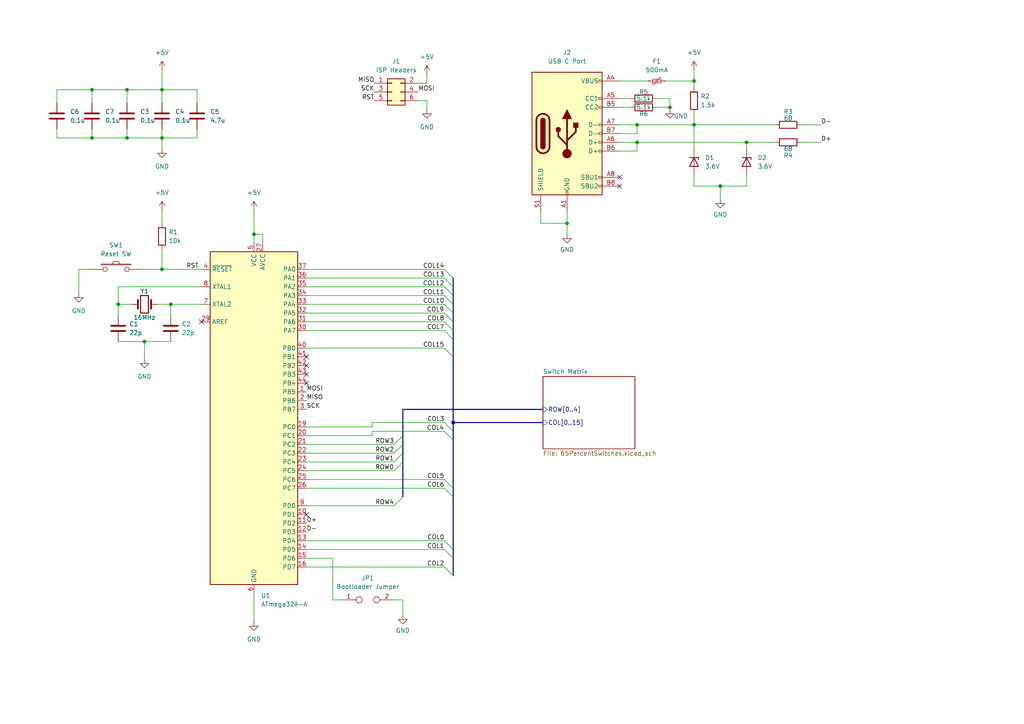
<source format=kicad_sch>
(kicad_sch (version 20211123) (generator eeschema)

  (uuid e63e39d7-6ac0-4ffd-8aa3-1841a4541b55)

  (paper "A4")

  (title_block
    (title "AndyBoard")
    (date "2023-08-29")
    (rev "1")
  )

  (lib_symbols
    (symbol "Connector:USB_C_Receptacle_USB2.0" (pin_names (offset 1.016)) (in_bom yes) (on_board yes)
      (property "Reference" "J" (id 0) (at -10.16 19.05 0)
        (effects (font (size 1.27 1.27)) (justify left))
      )
      (property "Value" "USB_C_Receptacle_USB2.0" (id 1) (at 19.05 19.05 0)
        (effects (font (size 1.27 1.27)) (justify right))
      )
      (property "Footprint" "" (id 2) (at 3.81 0 0)
        (effects (font (size 1.27 1.27)) hide)
      )
      (property "Datasheet" "https://www.usb.org/sites/default/files/documents/usb_type-c.zip" (id 3) (at 3.81 0 0)
        (effects (font (size 1.27 1.27)) hide)
      )
      (property "ki_keywords" "usb universal serial bus type-C USB2.0" (id 4) (at 0 0 0)
        (effects (font (size 1.27 1.27)) hide)
      )
      (property "ki_description" "USB 2.0-only Type-C Receptacle connector" (id 5) (at 0 0 0)
        (effects (font (size 1.27 1.27)) hide)
      )
      (property "ki_fp_filters" "USB*C*Receptacle*" (id 6) (at 0 0 0)
        (effects (font (size 1.27 1.27)) hide)
      )
      (symbol "USB_C_Receptacle_USB2.0_0_0"
        (rectangle (start -0.254 -17.78) (end 0.254 -16.764)
          (stroke (width 0) (type default) (color 0 0 0 0))
          (fill (type none))
        )
        (rectangle (start 10.16 -14.986) (end 9.144 -15.494)
          (stroke (width 0) (type default) (color 0 0 0 0))
          (fill (type none))
        )
        (rectangle (start 10.16 -12.446) (end 9.144 -12.954)
          (stroke (width 0) (type default) (color 0 0 0 0))
          (fill (type none))
        )
        (rectangle (start 10.16 -4.826) (end 9.144 -5.334)
          (stroke (width 0) (type default) (color 0 0 0 0))
          (fill (type none))
        )
        (rectangle (start 10.16 -2.286) (end 9.144 -2.794)
          (stroke (width 0) (type default) (color 0 0 0 0))
          (fill (type none))
        )
        (rectangle (start 10.16 0.254) (end 9.144 -0.254)
          (stroke (width 0) (type default) (color 0 0 0 0))
          (fill (type none))
        )
        (rectangle (start 10.16 2.794) (end 9.144 2.286)
          (stroke (width 0) (type default) (color 0 0 0 0))
          (fill (type none))
        )
        (rectangle (start 10.16 7.874) (end 9.144 7.366)
          (stroke (width 0) (type default) (color 0 0 0 0))
          (fill (type none))
        )
        (rectangle (start 10.16 10.414) (end 9.144 9.906)
          (stroke (width 0) (type default) (color 0 0 0 0))
          (fill (type none))
        )
        (rectangle (start 10.16 15.494) (end 9.144 14.986)
          (stroke (width 0) (type default) (color 0 0 0 0))
          (fill (type none))
        )
      )
      (symbol "USB_C_Receptacle_USB2.0_0_1"
        (rectangle (start -10.16 17.78) (end 10.16 -17.78)
          (stroke (width 0.254) (type default) (color 0 0 0 0))
          (fill (type background))
        )
        (arc (start -8.89 -3.81) (mid -6.985 -5.715) (end -5.08 -3.81)
          (stroke (width 0.508) (type default) (color 0 0 0 0))
          (fill (type none))
        )
        (arc (start -7.62 -3.81) (mid -6.985 -4.445) (end -6.35 -3.81)
          (stroke (width 0.254) (type default) (color 0 0 0 0))
          (fill (type none))
        )
        (arc (start -7.62 -3.81) (mid -6.985 -4.445) (end -6.35 -3.81)
          (stroke (width 0.254) (type default) (color 0 0 0 0))
          (fill (type outline))
        )
        (rectangle (start -7.62 -3.81) (end -6.35 3.81)
          (stroke (width 0.254) (type default) (color 0 0 0 0))
          (fill (type outline))
        )
        (arc (start -6.35 3.81) (mid -6.985 4.445) (end -7.62 3.81)
          (stroke (width 0.254) (type default) (color 0 0 0 0))
          (fill (type none))
        )
        (arc (start -6.35 3.81) (mid -6.985 4.445) (end -7.62 3.81)
          (stroke (width 0.254) (type default) (color 0 0 0 0))
          (fill (type outline))
        )
        (arc (start -5.08 3.81) (mid -6.985 5.715) (end -8.89 3.81)
          (stroke (width 0.508) (type default) (color 0 0 0 0))
          (fill (type none))
        )
        (circle (center -2.54 1.143) (radius 0.635)
          (stroke (width 0.254) (type default) (color 0 0 0 0))
          (fill (type outline))
        )
        (circle (center 0 -5.842) (radius 1.27)
          (stroke (width 0) (type default) (color 0 0 0 0))
          (fill (type outline))
        )
        (polyline
          (pts
            (xy -8.89 -3.81)
            (xy -8.89 3.81)
          )
          (stroke (width 0.508) (type default) (color 0 0 0 0))
          (fill (type none))
        )
        (polyline
          (pts
            (xy -5.08 3.81)
            (xy -5.08 -3.81)
          )
          (stroke (width 0.508) (type default) (color 0 0 0 0))
          (fill (type none))
        )
        (polyline
          (pts
            (xy 0 -5.842)
            (xy 0 4.318)
          )
          (stroke (width 0.508) (type default) (color 0 0 0 0))
          (fill (type none))
        )
        (polyline
          (pts
            (xy 0 -3.302)
            (xy -2.54 -0.762)
            (xy -2.54 0.508)
          )
          (stroke (width 0.508) (type default) (color 0 0 0 0))
          (fill (type none))
        )
        (polyline
          (pts
            (xy 0 -2.032)
            (xy 2.54 0.508)
            (xy 2.54 1.778)
          )
          (stroke (width 0.508) (type default) (color 0 0 0 0))
          (fill (type none))
        )
        (polyline
          (pts
            (xy -1.27 4.318)
            (xy 0 6.858)
            (xy 1.27 4.318)
            (xy -1.27 4.318)
          )
          (stroke (width 0.254) (type default) (color 0 0 0 0))
          (fill (type outline))
        )
        (rectangle (start 1.905 1.778) (end 3.175 3.048)
          (stroke (width 0.254) (type default) (color 0 0 0 0))
          (fill (type outline))
        )
      )
      (symbol "USB_C_Receptacle_USB2.0_1_1"
        (pin passive line (at 0 -22.86 90) (length 5.08)
          (name "GND" (effects (font (size 1.27 1.27))))
          (number "A1" (effects (font (size 1.27 1.27))))
        )
        (pin passive line (at 0 -22.86 90) (length 5.08) hide
          (name "GND" (effects (font (size 1.27 1.27))))
          (number "A12" (effects (font (size 1.27 1.27))))
        )
        (pin passive line (at 15.24 15.24 180) (length 5.08)
          (name "VBUS" (effects (font (size 1.27 1.27))))
          (number "A4" (effects (font (size 1.27 1.27))))
        )
        (pin bidirectional line (at 15.24 10.16 180) (length 5.08)
          (name "CC1" (effects (font (size 1.27 1.27))))
          (number "A5" (effects (font (size 1.27 1.27))))
        )
        (pin bidirectional line (at 15.24 -2.54 180) (length 5.08)
          (name "D+" (effects (font (size 1.27 1.27))))
          (number "A6" (effects (font (size 1.27 1.27))))
        )
        (pin bidirectional line (at 15.24 2.54 180) (length 5.08)
          (name "D-" (effects (font (size 1.27 1.27))))
          (number "A7" (effects (font (size 1.27 1.27))))
        )
        (pin bidirectional line (at 15.24 -12.7 180) (length 5.08)
          (name "SBU1" (effects (font (size 1.27 1.27))))
          (number "A8" (effects (font (size 1.27 1.27))))
        )
        (pin passive line (at 15.24 15.24 180) (length 5.08) hide
          (name "VBUS" (effects (font (size 1.27 1.27))))
          (number "A9" (effects (font (size 1.27 1.27))))
        )
        (pin passive line (at 0 -22.86 90) (length 5.08) hide
          (name "GND" (effects (font (size 1.27 1.27))))
          (number "B1" (effects (font (size 1.27 1.27))))
        )
        (pin passive line (at 0 -22.86 90) (length 5.08) hide
          (name "GND" (effects (font (size 1.27 1.27))))
          (number "B12" (effects (font (size 1.27 1.27))))
        )
        (pin passive line (at 15.24 15.24 180) (length 5.08) hide
          (name "VBUS" (effects (font (size 1.27 1.27))))
          (number "B4" (effects (font (size 1.27 1.27))))
        )
        (pin bidirectional line (at 15.24 7.62 180) (length 5.08)
          (name "CC2" (effects (font (size 1.27 1.27))))
          (number "B5" (effects (font (size 1.27 1.27))))
        )
        (pin bidirectional line (at 15.24 -5.08 180) (length 5.08)
          (name "D+" (effects (font (size 1.27 1.27))))
          (number "B6" (effects (font (size 1.27 1.27))))
        )
        (pin bidirectional line (at 15.24 0 180) (length 5.08)
          (name "D-" (effects (font (size 1.27 1.27))))
          (number "B7" (effects (font (size 1.27 1.27))))
        )
        (pin bidirectional line (at 15.24 -15.24 180) (length 5.08)
          (name "SBU2" (effects (font (size 1.27 1.27))))
          (number "B8" (effects (font (size 1.27 1.27))))
        )
        (pin passive line (at 15.24 15.24 180) (length 5.08) hide
          (name "VBUS" (effects (font (size 1.27 1.27))))
          (number "B9" (effects (font (size 1.27 1.27))))
        )
        (pin passive line (at -7.62 -22.86 90) (length 5.08)
          (name "SHIELD" (effects (font (size 1.27 1.27))))
          (number "S1" (effects (font (size 1.27 1.27))))
        )
      )
    )
    (symbol "Connector_Generic:Conn_02x03_Odd_Even" (pin_names (offset 1.016) hide) (in_bom yes) (on_board yes)
      (property "Reference" "J" (id 0) (at 1.27 5.08 0)
        (effects (font (size 1.27 1.27)))
      )
      (property "Value" "Conn_02x03_Odd_Even" (id 1) (at 1.27 -5.08 0)
        (effects (font (size 1.27 1.27)))
      )
      (property "Footprint" "" (id 2) (at 0 0 0)
        (effects (font (size 1.27 1.27)) hide)
      )
      (property "Datasheet" "~" (id 3) (at 0 0 0)
        (effects (font (size 1.27 1.27)) hide)
      )
      (property "ki_keywords" "connector" (id 4) (at 0 0 0)
        (effects (font (size 1.27 1.27)) hide)
      )
      (property "ki_description" "Generic connector, double row, 02x03, odd/even pin numbering scheme (row 1 odd numbers, row 2 even numbers), script generated (kicad-library-utils/schlib/autogen/connector/)" (id 5) (at 0 0 0)
        (effects (font (size 1.27 1.27)) hide)
      )
      (property "ki_fp_filters" "Connector*:*_2x??_*" (id 6) (at 0 0 0)
        (effects (font (size 1.27 1.27)) hide)
      )
      (symbol "Conn_02x03_Odd_Even_1_1"
        (rectangle (start -1.27 -2.413) (end 0 -2.667)
          (stroke (width 0.1524) (type default) (color 0 0 0 0))
          (fill (type none))
        )
        (rectangle (start -1.27 0.127) (end 0 -0.127)
          (stroke (width 0.1524) (type default) (color 0 0 0 0))
          (fill (type none))
        )
        (rectangle (start -1.27 2.667) (end 0 2.413)
          (stroke (width 0.1524) (type default) (color 0 0 0 0))
          (fill (type none))
        )
        (rectangle (start -1.27 3.81) (end 3.81 -3.81)
          (stroke (width 0.254) (type default) (color 0 0 0 0))
          (fill (type background))
        )
        (rectangle (start 3.81 -2.413) (end 2.54 -2.667)
          (stroke (width 0.1524) (type default) (color 0 0 0 0))
          (fill (type none))
        )
        (rectangle (start 3.81 0.127) (end 2.54 -0.127)
          (stroke (width 0.1524) (type default) (color 0 0 0 0))
          (fill (type none))
        )
        (rectangle (start 3.81 2.667) (end 2.54 2.413)
          (stroke (width 0.1524) (type default) (color 0 0 0 0))
          (fill (type none))
        )
        (pin passive line (at -5.08 2.54 0) (length 3.81)
          (name "Pin_1" (effects (font (size 1.27 1.27))))
          (number "1" (effects (font (size 1.27 1.27))))
        )
        (pin passive line (at 7.62 2.54 180) (length 3.81)
          (name "Pin_2" (effects (font (size 1.27 1.27))))
          (number "2" (effects (font (size 1.27 1.27))))
        )
        (pin passive line (at -5.08 0 0) (length 3.81)
          (name "Pin_3" (effects (font (size 1.27 1.27))))
          (number "3" (effects (font (size 1.27 1.27))))
        )
        (pin passive line (at 7.62 0 180) (length 3.81)
          (name "Pin_4" (effects (font (size 1.27 1.27))))
          (number "4" (effects (font (size 1.27 1.27))))
        )
        (pin passive line (at -5.08 -2.54 0) (length 3.81)
          (name "Pin_5" (effects (font (size 1.27 1.27))))
          (number "5" (effects (font (size 1.27 1.27))))
        )
        (pin passive line (at 7.62 -2.54 180) (length 3.81)
          (name "Pin_6" (effects (font (size 1.27 1.27))))
          (number "6" (effects (font (size 1.27 1.27))))
        )
      )
    )
    (symbol "Device:C" (pin_numbers hide) (pin_names (offset 0.254)) (in_bom yes) (on_board yes)
      (property "Reference" "C" (id 0) (at 0.635 2.54 0)
        (effects (font (size 1.27 1.27)) (justify left))
      )
      (property "Value" "C" (id 1) (at 0.635 -2.54 0)
        (effects (font (size 1.27 1.27)) (justify left))
      )
      (property "Footprint" "" (id 2) (at 0.9652 -3.81 0)
        (effects (font (size 1.27 1.27)) hide)
      )
      (property "Datasheet" "~" (id 3) (at 0 0 0)
        (effects (font (size 1.27 1.27)) hide)
      )
      (property "ki_keywords" "cap capacitor" (id 4) (at 0 0 0)
        (effects (font (size 1.27 1.27)) hide)
      )
      (property "ki_description" "Unpolarized capacitor" (id 5) (at 0 0 0)
        (effects (font (size 1.27 1.27)) hide)
      )
      (property "ki_fp_filters" "C_*" (id 6) (at 0 0 0)
        (effects (font (size 1.27 1.27)) hide)
      )
      (symbol "C_0_1"
        (polyline
          (pts
            (xy -2.032 -0.762)
            (xy 2.032 -0.762)
          )
          (stroke (width 0.508) (type default) (color 0 0 0 0))
          (fill (type none))
        )
        (polyline
          (pts
            (xy -2.032 0.762)
            (xy 2.032 0.762)
          )
          (stroke (width 0.508) (type default) (color 0 0 0 0))
          (fill (type none))
        )
      )
      (symbol "C_1_1"
        (pin passive line (at 0 3.81 270) (length 2.794)
          (name "~" (effects (font (size 1.27 1.27))))
          (number "1" (effects (font (size 1.27 1.27))))
        )
        (pin passive line (at 0 -3.81 90) (length 2.794)
          (name "~" (effects (font (size 1.27 1.27))))
          (number "2" (effects (font (size 1.27 1.27))))
        )
      )
    )
    (symbol "Device:Crystal" (pin_numbers hide) (pin_names (offset 1.016) hide) (in_bom yes) (on_board yes)
      (property "Reference" "Y" (id 0) (at 0 3.81 0)
        (effects (font (size 1.27 1.27)))
      )
      (property "Value" "Crystal" (id 1) (at 0 -3.81 0)
        (effects (font (size 1.27 1.27)))
      )
      (property "Footprint" "" (id 2) (at 0 0 0)
        (effects (font (size 1.27 1.27)) hide)
      )
      (property "Datasheet" "~" (id 3) (at 0 0 0)
        (effects (font (size 1.27 1.27)) hide)
      )
      (property "ki_keywords" "quartz ceramic resonator oscillator" (id 4) (at 0 0 0)
        (effects (font (size 1.27 1.27)) hide)
      )
      (property "ki_description" "Two pin crystal" (id 5) (at 0 0 0)
        (effects (font (size 1.27 1.27)) hide)
      )
      (property "ki_fp_filters" "Crystal*" (id 6) (at 0 0 0)
        (effects (font (size 1.27 1.27)) hide)
      )
      (symbol "Crystal_0_1"
        (rectangle (start -1.143 2.54) (end 1.143 -2.54)
          (stroke (width 0.3048) (type default) (color 0 0 0 0))
          (fill (type none))
        )
        (polyline
          (pts
            (xy -2.54 0)
            (xy -1.905 0)
          )
          (stroke (width 0) (type default) (color 0 0 0 0))
          (fill (type none))
        )
        (polyline
          (pts
            (xy -1.905 -1.27)
            (xy -1.905 1.27)
          )
          (stroke (width 0.508) (type default) (color 0 0 0 0))
          (fill (type none))
        )
        (polyline
          (pts
            (xy 1.905 -1.27)
            (xy 1.905 1.27)
          )
          (stroke (width 0.508) (type default) (color 0 0 0 0))
          (fill (type none))
        )
        (polyline
          (pts
            (xy 2.54 0)
            (xy 1.905 0)
          )
          (stroke (width 0) (type default) (color 0 0 0 0))
          (fill (type none))
        )
      )
      (symbol "Crystal_1_1"
        (pin passive line (at -3.81 0 0) (length 1.27)
          (name "1" (effects (font (size 1.27 1.27))))
          (number "1" (effects (font (size 1.27 1.27))))
        )
        (pin passive line (at 3.81 0 180) (length 1.27)
          (name "2" (effects (font (size 1.27 1.27))))
          (number "2" (effects (font (size 1.27 1.27))))
        )
      )
    )
    (symbol "Device:D_Zener" (pin_numbers hide) (pin_names (offset 1.016) hide) (in_bom yes) (on_board yes)
      (property "Reference" "D" (id 0) (at 0 2.54 0)
        (effects (font (size 1.27 1.27)))
      )
      (property "Value" "D_Zener" (id 1) (at 0 -2.54 0)
        (effects (font (size 1.27 1.27)))
      )
      (property "Footprint" "" (id 2) (at 0 0 0)
        (effects (font (size 1.27 1.27)) hide)
      )
      (property "Datasheet" "~" (id 3) (at 0 0 0)
        (effects (font (size 1.27 1.27)) hide)
      )
      (property "ki_keywords" "diode" (id 4) (at 0 0 0)
        (effects (font (size 1.27 1.27)) hide)
      )
      (property "ki_description" "Zener diode" (id 5) (at 0 0 0)
        (effects (font (size 1.27 1.27)) hide)
      )
      (property "ki_fp_filters" "TO-???* *_Diode_* *SingleDiode* D_*" (id 6) (at 0 0 0)
        (effects (font (size 1.27 1.27)) hide)
      )
      (symbol "D_Zener_0_1"
        (polyline
          (pts
            (xy 1.27 0)
            (xy -1.27 0)
          )
          (stroke (width 0) (type default) (color 0 0 0 0))
          (fill (type none))
        )
        (polyline
          (pts
            (xy -1.27 -1.27)
            (xy -1.27 1.27)
            (xy -0.762 1.27)
          )
          (stroke (width 0.254) (type default) (color 0 0 0 0))
          (fill (type none))
        )
        (polyline
          (pts
            (xy 1.27 -1.27)
            (xy 1.27 1.27)
            (xy -1.27 0)
            (xy 1.27 -1.27)
          )
          (stroke (width 0.254) (type default) (color 0 0 0 0))
          (fill (type none))
        )
      )
      (symbol "D_Zener_1_1"
        (pin passive line (at -3.81 0 0) (length 2.54)
          (name "K" (effects (font (size 1.27 1.27))))
          (number "1" (effects (font (size 1.27 1.27))))
        )
        (pin passive line (at 3.81 0 180) (length 2.54)
          (name "A" (effects (font (size 1.27 1.27))))
          (number "2" (effects (font (size 1.27 1.27))))
        )
      )
    )
    (symbol "Device:Polyfuse_Small" (pin_numbers hide) (pin_names (offset 0)) (in_bom yes) (on_board yes)
      (property "Reference" "F" (id 0) (at -1.905 0 90)
        (effects (font (size 1.27 1.27)))
      )
      (property "Value" "Polyfuse_Small" (id 1) (at 1.905 0 90)
        (effects (font (size 1.27 1.27)))
      )
      (property "Footprint" "" (id 2) (at 1.27 -5.08 0)
        (effects (font (size 1.27 1.27)) (justify left) hide)
      )
      (property "Datasheet" "~" (id 3) (at 0 0 0)
        (effects (font (size 1.27 1.27)) hide)
      )
      (property "ki_keywords" "resettable fuse PTC PPTC polyfuse polyswitch" (id 4) (at 0 0 0)
        (effects (font (size 1.27 1.27)) hide)
      )
      (property "ki_description" "Resettable fuse, polymeric positive temperature coefficient, small symbol" (id 5) (at 0 0 0)
        (effects (font (size 1.27 1.27)) hide)
      )
      (property "ki_fp_filters" "*polyfuse* *PTC*" (id 6) (at 0 0 0)
        (effects (font (size 1.27 1.27)) hide)
      )
      (symbol "Polyfuse_Small_0_1"
        (rectangle (start -0.508 1.27) (end 0.508 -1.27)
          (stroke (width 0) (type default) (color 0 0 0 0))
          (fill (type none))
        )
        (polyline
          (pts
            (xy 0 2.54)
            (xy 0 -2.54)
          )
          (stroke (width 0) (type default) (color 0 0 0 0))
          (fill (type none))
        )
        (polyline
          (pts
            (xy -1.016 1.27)
            (xy -1.016 0.762)
            (xy 1.016 -0.762)
            (xy 1.016 -1.27)
          )
          (stroke (width 0) (type default) (color 0 0 0 0))
          (fill (type none))
        )
      )
      (symbol "Polyfuse_Small_1_1"
        (pin passive line (at 0 2.54 270) (length 0.635)
          (name "~" (effects (font (size 1.27 1.27))))
          (number "1" (effects (font (size 1.27 1.27))))
        )
        (pin passive line (at 0 -2.54 90) (length 0.635)
          (name "~" (effects (font (size 1.27 1.27))))
          (number "2" (effects (font (size 1.27 1.27))))
        )
      )
    )
    (symbol "Device:R" (pin_numbers hide) (pin_names (offset 0)) (in_bom yes) (on_board yes)
      (property "Reference" "R" (id 0) (at 2.032 0 90)
        (effects (font (size 1.27 1.27)))
      )
      (property "Value" "R" (id 1) (at 0 0 90)
        (effects (font (size 1.27 1.27)))
      )
      (property "Footprint" "" (id 2) (at -1.778 0 90)
        (effects (font (size 1.27 1.27)) hide)
      )
      (property "Datasheet" "~" (id 3) (at 0 0 0)
        (effects (font (size 1.27 1.27)) hide)
      )
      (property "ki_keywords" "R res resistor" (id 4) (at 0 0 0)
        (effects (font (size 1.27 1.27)) hide)
      )
      (property "ki_description" "Resistor" (id 5) (at 0 0 0)
        (effects (font (size 1.27 1.27)) hide)
      )
      (property "ki_fp_filters" "R_*" (id 6) (at 0 0 0)
        (effects (font (size 1.27 1.27)) hide)
      )
      (symbol "R_0_1"
        (rectangle (start -1.016 -2.54) (end 1.016 2.54)
          (stroke (width 0.254) (type default) (color 0 0 0 0))
          (fill (type none))
        )
      )
      (symbol "R_1_1"
        (pin passive line (at 0 3.81 270) (length 1.27)
          (name "~" (effects (font (size 1.27 1.27))))
          (number "1" (effects (font (size 1.27 1.27))))
        )
        (pin passive line (at 0 -3.81 90) (length 1.27)
          (name "~" (effects (font (size 1.27 1.27))))
          (number "2" (effects (font (size 1.27 1.27))))
        )
      )
    )
    (symbol "MCU_Microchip_ATmega:ATmega32A-A" (in_bom yes) (on_board yes)
      (property "Reference" "U" (id 0) (at -12.7 49.53 0)
        (effects (font (size 1.27 1.27)) (justify left bottom))
      )
      (property "Value" "ATmega32A-A" (id 1) (at 2.54 -49.53 0)
        (effects (font (size 1.27 1.27)) (justify left top))
      )
      (property "Footprint" "Package_QFP:TQFP-44_10x10mm_P0.8mm" (id 2) (at 0 0 0)
        (effects (font (size 1.27 1.27) italic) hide)
      )
      (property "Datasheet" "http://ww1.microchip.com/downloads/en/DeviceDoc/atmel-8155-8-bit-microcontroller-avr-atmega32a_datasheet.pdf" (id 3) (at 0 0 0)
        (effects (font (size 1.27 1.27)) hide)
      )
      (property "ki_keywords" "AVR 8bit Microcontroller MegaAVR" (id 4) (at 0 0 0)
        (effects (font (size 1.27 1.27)) hide)
      )
      (property "ki_description" "16MHz, 32kB Flash, 2kB SRAM, 1kB EEPROM, JTAG, TQFP-44" (id 5) (at 0 0 0)
        (effects (font (size 1.27 1.27)) hide)
      )
      (property "ki_fp_filters" "TQFP*10x10mm*P0.8mm*" (id 6) (at 0 0 0)
        (effects (font (size 1.27 1.27)) hide)
      )
      (symbol "ATmega32A-A_0_1"
        (rectangle (start -12.7 -48.26) (end 12.7 48.26)
          (stroke (width 0.254) (type default) (color 0 0 0 0))
          (fill (type background))
        )
      )
      (symbol "ATmega32A-A_1_1"
        (pin bidirectional line (at 15.24 7.62 180) (length 2.54)
          (name "PB5" (effects (font (size 1.27 1.27))))
          (number "1" (effects (font (size 1.27 1.27))))
        )
        (pin bidirectional line (at 15.24 -27.94 180) (length 2.54)
          (name "PD1" (effects (font (size 1.27 1.27))))
          (number "10" (effects (font (size 1.27 1.27))))
        )
        (pin bidirectional line (at 15.24 -30.48 180) (length 2.54)
          (name "PD2" (effects (font (size 1.27 1.27))))
          (number "11" (effects (font (size 1.27 1.27))))
        )
        (pin bidirectional line (at 15.24 -33.02 180) (length 2.54)
          (name "PD3" (effects (font (size 1.27 1.27))))
          (number "12" (effects (font (size 1.27 1.27))))
        )
        (pin bidirectional line (at 15.24 -35.56 180) (length 2.54)
          (name "PD4" (effects (font (size 1.27 1.27))))
          (number "13" (effects (font (size 1.27 1.27))))
        )
        (pin bidirectional line (at 15.24 -38.1 180) (length 2.54)
          (name "PD5" (effects (font (size 1.27 1.27))))
          (number "14" (effects (font (size 1.27 1.27))))
        )
        (pin bidirectional line (at 15.24 -40.64 180) (length 2.54)
          (name "PD6" (effects (font (size 1.27 1.27))))
          (number "15" (effects (font (size 1.27 1.27))))
        )
        (pin bidirectional line (at 15.24 -43.18 180) (length 2.54)
          (name "PD7" (effects (font (size 1.27 1.27))))
          (number "16" (effects (font (size 1.27 1.27))))
        )
        (pin passive line (at 0 50.8 270) (length 2.54) hide
          (name "VCC" (effects (font (size 1.27 1.27))))
          (number "17" (effects (font (size 1.27 1.27))))
        )
        (pin passive line (at 0 -50.8 90) (length 2.54) hide
          (name "GND" (effects (font (size 1.27 1.27))))
          (number "18" (effects (font (size 1.27 1.27))))
        )
        (pin bidirectional line (at 15.24 -2.54 180) (length 2.54)
          (name "PC0" (effects (font (size 1.27 1.27))))
          (number "19" (effects (font (size 1.27 1.27))))
        )
        (pin bidirectional line (at 15.24 5.08 180) (length 2.54)
          (name "PB6" (effects (font (size 1.27 1.27))))
          (number "2" (effects (font (size 1.27 1.27))))
        )
        (pin bidirectional line (at 15.24 -5.08 180) (length 2.54)
          (name "PC1" (effects (font (size 1.27 1.27))))
          (number "20" (effects (font (size 1.27 1.27))))
        )
        (pin bidirectional line (at 15.24 -7.62 180) (length 2.54)
          (name "PC2" (effects (font (size 1.27 1.27))))
          (number "21" (effects (font (size 1.27 1.27))))
        )
        (pin bidirectional line (at 15.24 -10.16 180) (length 2.54)
          (name "PC3" (effects (font (size 1.27 1.27))))
          (number "22" (effects (font (size 1.27 1.27))))
        )
        (pin bidirectional line (at 15.24 -12.7 180) (length 2.54)
          (name "PC4" (effects (font (size 1.27 1.27))))
          (number "23" (effects (font (size 1.27 1.27))))
        )
        (pin bidirectional line (at 15.24 -15.24 180) (length 2.54)
          (name "PC5" (effects (font (size 1.27 1.27))))
          (number "24" (effects (font (size 1.27 1.27))))
        )
        (pin bidirectional line (at 15.24 -17.78 180) (length 2.54)
          (name "PC6" (effects (font (size 1.27 1.27))))
          (number "25" (effects (font (size 1.27 1.27))))
        )
        (pin bidirectional line (at 15.24 -20.32 180) (length 2.54)
          (name "PC7" (effects (font (size 1.27 1.27))))
          (number "26" (effects (font (size 1.27 1.27))))
        )
        (pin power_in line (at 2.54 50.8 270) (length 2.54)
          (name "AVCC" (effects (font (size 1.27 1.27))))
          (number "27" (effects (font (size 1.27 1.27))))
        )
        (pin passive line (at 0 -50.8 90) (length 2.54) hide
          (name "GND" (effects (font (size 1.27 1.27))))
          (number "28" (effects (font (size 1.27 1.27))))
        )
        (pin passive line (at -15.24 27.94 0) (length 2.54)
          (name "AREF" (effects (font (size 1.27 1.27))))
          (number "29" (effects (font (size 1.27 1.27))))
        )
        (pin bidirectional line (at 15.24 2.54 180) (length 2.54)
          (name "PB7" (effects (font (size 1.27 1.27))))
          (number "3" (effects (font (size 1.27 1.27))))
        )
        (pin bidirectional line (at 15.24 25.4 180) (length 2.54)
          (name "PA7" (effects (font (size 1.27 1.27))))
          (number "30" (effects (font (size 1.27 1.27))))
        )
        (pin bidirectional line (at 15.24 27.94 180) (length 2.54)
          (name "PA6" (effects (font (size 1.27 1.27))))
          (number "31" (effects (font (size 1.27 1.27))))
        )
        (pin bidirectional line (at 15.24 30.48 180) (length 2.54)
          (name "PA5" (effects (font (size 1.27 1.27))))
          (number "32" (effects (font (size 1.27 1.27))))
        )
        (pin bidirectional line (at 15.24 33.02 180) (length 2.54)
          (name "PA4" (effects (font (size 1.27 1.27))))
          (number "33" (effects (font (size 1.27 1.27))))
        )
        (pin bidirectional line (at 15.24 35.56 180) (length 2.54)
          (name "PA3" (effects (font (size 1.27 1.27))))
          (number "34" (effects (font (size 1.27 1.27))))
        )
        (pin bidirectional line (at 15.24 38.1 180) (length 2.54)
          (name "PA2" (effects (font (size 1.27 1.27))))
          (number "35" (effects (font (size 1.27 1.27))))
        )
        (pin bidirectional line (at 15.24 40.64 180) (length 2.54)
          (name "PA1" (effects (font (size 1.27 1.27))))
          (number "36" (effects (font (size 1.27 1.27))))
        )
        (pin bidirectional line (at 15.24 43.18 180) (length 2.54)
          (name "PA0" (effects (font (size 1.27 1.27))))
          (number "37" (effects (font (size 1.27 1.27))))
        )
        (pin passive line (at 0 50.8 270) (length 2.54) hide
          (name "VCC" (effects (font (size 1.27 1.27))))
          (number "38" (effects (font (size 1.27 1.27))))
        )
        (pin passive line (at 0 -50.8 90) (length 2.54) hide
          (name "GND" (effects (font (size 1.27 1.27))))
          (number "39" (effects (font (size 1.27 1.27))))
        )
        (pin input line (at -15.24 43.18 0) (length 2.54)
          (name "~{RESET}" (effects (font (size 1.27 1.27))))
          (number "4" (effects (font (size 1.27 1.27))))
        )
        (pin bidirectional line (at 15.24 20.32 180) (length 2.54)
          (name "PB0" (effects (font (size 1.27 1.27))))
          (number "40" (effects (font (size 1.27 1.27))))
        )
        (pin bidirectional line (at 15.24 17.78 180) (length 2.54)
          (name "PB1" (effects (font (size 1.27 1.27))))
          (number "41" (effects (font (size 1.27 1.27))))
        )
        (pin bidirectional line (at 15.24 15.24 180) (length 2.54)
          (name "PB2" (effects (font (size 1.27 1.27))))
          (number "42" (effects (font (size 1.27 1.27))))
        )
        (pin bidirectional line (at 15.24 12.7 180) (length 2.54)
          (name "PB3" (effects (font (size 1.27 1.27))))
          (number "43" (effects (font (size 1.27 1.27))))
        )
        (pin bidirectional line (at 15.24 10.16 180) (length 2.54)
          (name "PB4" (effects (font (size 1.27 1.27))))
          (number "44" (effects (font (size 1.27 1.27))))
        )
        (pin power_in line (at 0 50.8 270) (length 2.54)
          (name "VCC" (effects (font (size 1.27 1.27))))
          (number "5" (effects (font (size 1.27 1.27))))
        )
        (pin power_in line (at 0 -50.8 90) (length 2.54)
          (name "GND" (effects (font (size 1.27 1.27))))
          (number "6" (effects (font (size 1.27 1.27))))
        )
        (pin output line (at -15.24 33.02 0) (length 2.54)
          (name "XTAL2" (effects (font (size 1.27 1.27))))
          (number "7" (effects (font (size 1.27 1.27))))
        )
        (pin input line (at -15.24 38.1 0) (length 2.54)
          (name "XTAL1" (effects (font (size 1.27 1.27))))
          (number "8" (effects (font (size 1.27 1.27))))
        )
        (pin bidirectional line (at 15.24 -25.4 180) (length 2.54)
          (name "PD0" (effects (font (size 1.27 1.27))))
          (number "9" (effects (font (size 1.27 1.27))))
        )
      )
    )
    (symbol "keyboard_parts:Jumper" (pin_names (offset 0.762) hide) (in_bom yes) (on_board yes)
      (property "Reference" "JP" (id 0) (at 0 2.54 0)
        (effects (font (size 1.27 1.27)))
      )
      (property "Value" "Jumper" (id 1) (at 0 -2.032 0)
        (effects (font (size 1.27 1.27)))
      )
      (property "Footprint" "" (id 2) (at 0 0 0)
        (effects (font (size 1.27 1.27)) hide)
      )
      (property "Datasheet" "" (id 3) (at 0 0 0)
        (effects (font (size 1.27 1.27)) hide)
      )
      (symbol "Jumper_0_1"
        (circle (center -2.54 0) (radius 0.889)
          (stroke (width 0) (type default) (color 0 0 0 0))
          (fill (type none))
        )
        (circle (center 2.54 0) (radius 0.889)
          (stroke (width 0) (type default) (color 0 0 0 0))
          (fill (type none))
        )
        (pin passive line (at -7.62 0 0) (length 4.191)
          (name "1" (effects (font (size 1.27 1.27))))
          (number "1" (effects (font (size 1.27 1.27))))
        )
        (pin passive line (at 7.62 0 180) (length 4.191)
          (name "2" (effects (font (size 1.27 1.27))))
          (number "2" (effects (font (size 1.27 1.27))))
        )
      )
    )
    (symbol "keyboard_parts:SW_PUSH" (pin_numbers hide) (pin_names (offset 1.016) hide) (in_bom yes) (on_board yes)
      (property "Reference" "SW" (id 0) (at 3.81 2.794 0)
        (effects (font (size 1.27 1.27)))
      )
      (property "Value" "SW_PUSH" (id 1) (at 0 -2.032 0)
        (effects (font (size 1.27 1.27)))
      )
      (property "Footprint" "" (id 2) (at 0 0 0)
        (effects (font (size 1.524 1.524)))
      )
      (property "Datasheet" "" (id 3) (at 0 0 0)
        (effects (font (size 1.524 1.524)))
      )
      (symbol "SW_PUSH_0_1"
        (rectangle (start -4.318 1.27) (end 4.318 1.524)
          (stroke (width 0) (type default) (color 0 0 0 0))
          (fill (type none))
        )
        (polyline
          (pts
            (xy -1.016 1.524)
            (xy -0.762 2.286)
            (xy 0.762 2.286)
            (xy 1.016 1.524)
          )
          (stroke (width 0) (type default) (color 0 0 0 0))
          (fill (type none))
        )
        (pin passive inverted (at -7.62 0 0) (length 5.08)
          (name "1" (effects (font (size 1.524 1.524))))
          (number "1" (effects (font (size 1.524 1.524))))
        )
        (pin passive inverted (at 7.62 0 180) (length 5.08)
          (name "2" (effects (font (size 1.524 1.524))))
          (number "2" (effects (font (size 1.524 1.524))))
        )
      )
    )
    (symbol "power:+5V" (power) (pin_names (offset 0)) (in_bom yes) (on_board yes)
      (property "Reference" "#PWR" (id 0) (at 0 -3.81 0)
        (effects (font (size 1.27 1.27)) hide)
      )
      (property "Value" "+5V" (id 1) (at 0 3.556 0)
        (effects (font (size 1.27 1.27)))
      )
      (property "Footprint" "" (id 2) (at 0 0 0)
        (effects (font (size 1.27 1.27)) hide)
      )
      (property "Datasheet" "" (id 3) (at 0 0 0)
        (effects (font (size 1.27 1.27)) hide)
      )
      (property "ki_keywords" "power-flag" (id 4) (at 0 0 0)
        (effects (font (size 1.27 1.27)) hide)
      )
      (property "ki_description" "Power symbol creates a global label with name \"+5V\"" (id 5) (at 0 0 0)
        (effects (font (size 1.27 1.27)) hide)
      )
      (symbol "+5V_0_1"
        (polyline
          (pts
            (xy -0.762 1.27)
            (xy 0 2.54)
          )
          (stroke (width 0) (type default) (color 0 0 0 0))
          (fill (type none))
        )
        (polyline
          (pts
            (xy 0 0)
            (xy 0 2.54)
          )
          (stroke (width 0) (type default) (color 0 0 0 0))
          (fill (type none))
        )
        (polyline
          (pts
            (xy 0 2.54)
            (xy 0.762 1.27)
          )
          (stroke (width 0) (type default) (color 0 0 0 0))
          (fill (type none))
        )
      )
      (symbol "+5V_1_1"
        (pin power_in line (at 0 0 90) (length 0) hide
          (name "+5V" (effects (font (size 1.27 1.27))))
          (number "1" (effects (font (size 1.27 1.27))))
        )
      )
    )
    (symbol "power:GND" (power) (pin_names (offset 0)) (in_bom yes) (on_board yes)
      (property "Reference" "#PWR" (id 0) (at 0 -6.35 0)
        (effects (font (size 1.27 1.27)) hide)
      )
      (property "Value" "GND" (id 1) (at 0 -3.81 0)
        (effects (font (size 1.27 1.27)))
      )
      (property "Footprint" "" (id 2) (at 0 0 0)
        (effects (font (size 1.27 1.27)) hide)
      )
      (property "Datasheet" "" (id 3) (at 0 0 0)
        (effects (font (size 1.27 1.27)) hide)
      )
      (property "ki_keywords" "power-flag" (id 4) (at 0 0 0)
        (effects (font (size 1.27 1.27)) hide)
      )
      (property "ki_description" "Power symbol creates a global label with name \"GND\" , ground" (id 5) (at 0 0 0)
        (effects (font (size 1.27 1.27)) hide)
      )
      (symbol "GND_0_1"
        (polyline
          (pts
            (xy 0 0)
            (xy 0 -1.27)
            (xy 1.27 -1.27)
            (xy 0 -2.54)
            (xy -1.27 -1.27)
            (xy 0 -1.27)
          )
          (stroke (width 0) (type default) (color 0 0 0 0))
          (fill (type none))
        )
      )
      (symbol "GND_1_1"
        (pin power_in line (at 0 0 270) (length 0) hide
          (name "GND" (effects (font (size 1.27 1.27))))
          (number "1" (effects (font (size 1.27 1.27))))
        )
      )
    )
  )

  (junction (at 164.465 64.77) (diameter 0) (color 0 0 0 0)
    (uuid 09af7ae5-9d6a-4a7f-9068-c3a33199dbd8)
  )
  (junction (at 34.29 88.265) (diameter 0) (color 0 0 0 0)
    (uuid 0ddc5984-aede-451a-a734-23522e1190e2)
  )
  (junction (at 26.67 40.005) (diameter 0) (color 0 0 0 0)
    (uuid 0fb25cd6-4fa9-4034-bb17-0b181a5e9629)
  )
  (junction (at 49.53 88.265) (diameter 0) (color 0 0 0 0)
    (uuid 2444451f-73f0-43c9-bb3d-e2f493f5b6ac)
  )
  (junction (at 201.295 36.195) (diameter 0) (color 0 0 0 0)
    (uuid 28dcb3a6-4908-436b-9b03-bb34f6646456)
  )
  (junction (at 131.445 122.555) (diameter 0) (color 0 0 0 0)
    (uuid 2ba349e4-3972-4401-8a81-d33e2fd4570b)
  )
  (junction (at 46.99 40.005) (diameter 0) (color 0 0 0 0)
    (uuid 3610fada-036d-434a-81ee-f6e438088e67)
  )
  (junction (at 208.915 53.975) (diameter 0) (color 0 0 0 0)
    (uuid 3d7d5145-7d3b-4cca-8697-d236bb7ec5c8)
  )
  (junction (at 46.99 26.035) (diameter 0) (color 0 0 0 0)
    (uuid 62cf01a7-9777-49f2-afc8-b00b728d31d2)
  )
  (junction (at 73.66 67.945) (diameter 0) (color 0 0 0 0)
    (uuid 7a57f12b-e26d-46e9-a2dc-7f42fd121f78)
  )
  (junction (at 46.99 78.105) (diameter 0) (color 0 0 0 0)
    (uuid 7c7fe641-1899-4a75-927b-4b5f81d181b7)
  )
  (junction (at 201.295 23.495) (diameter 0) (color 0 0 0 0)
    (uuid 7d99d474-c8e2-4078-bd23-61d331e5af08)
  )
  (junction (at 36.83 26.035) (diameter 0) (color 0 0 0 0)
    (uuid 8ef1f8a6-7840-42e6-ae06-7f2476ca67f9)
  )
  (junction (at 36.83 40.005) (diameter 0) (color 0 0 0 0)
    (uuid 99407abd-29be-4b47-843c-6faefacd37b0)
  )
  (junction (at 41.91 99.06) (diameter 0) (color 0 0 0 0)
    (uuid a68c5885-8658-48ec-a35a-edbdc48c18f6)
  )
  (junction (at 216.535 41.275) (diameter 0) (color 0 0 0 0)
    (uuid aab6e505-d401-4152-9f11-41a9f46e57b2)
  )
  (junction (at 194.31 31.115) (diameter 0) (color 0 0 0 0)
    (uuid c1e5b0c9-899d-4846-9d68-18e82b95226e)
  )
  (junction (at 26.67 26.035) (diameter 0) (color 0 0 0 0)
    (uuid cb701551-18c7-431a-bcb8-63b379f391c9)
  )
  (junction (at 184.785 41.275) (diameter 0) (color 0 0 0 0)
    (uuid f9558e5a-7b58-43d0-b7bb-c06055161412)
  )
  (junction (at 184.785 36.195) (diameter 0) (color 0 0 0 0)
    (uuid fb09c82c-3099-452d-9d40-420fd481baac)
  )

  (no_connect (at 58.42 93.345) (uuid 072033e4-2017-4c6f-a6af-1be38a08d849))
  (no_connect (at 179.705 51.435) (uuid 434279d6-ea1f-4377-ab78-80aa73cde678))
  (no_connect (at 88.9 149.225) (uuid 541939a0-810b-4195-b7ad-cf0c4a21bda3))
  (no_connect (at 88.9 111.125) (uuid 5e71be7b-317a-4d04-b558-a0a92f9a1050))
  (no_connect (at 88.9 108.585) (uuid 72325154-5b4c-466f-a8f1-229b8c51afcb))
  (no_connect (at 179.705 53.975) (uuid 9bf21837-caf9-4a5b-9f4b-5f7daf5f50f6))
  (no_connect (at 88.9 103.505) (uuid aa56b559-dd4a-4c59-86b2-8959f0d70431))
  (no_connect (at 88.9 106.045) (uuid b9dfa471-089f-484e-a033-30eac8918dce))

  (bus_entry (at 128.905 83.185) (size 2.54 2.54)
    (stroke (width 0) (type default) (color 0 0 0 0))
    (uuid 2b4402e6-3634-40bd-a080-95aff838066a)
  )
  (bus_entry (at 128.905 90.805) (size 2.54 2.54)
    (stroke (width 0) (type default) (color 0 0 0 0))
    (uuid 4459b5d9-c4b3-4608-9c39-5081f54b807b)
  )
  (bus_entry (at 128.905 156.845) (size 2.54 2.54)
    (stroke (width 0) (type default) (color 0 0 0 0))
    (uuid 807bd490-563a-44e7-99a9-3a342e7a6649)
  )
  (bus_entry (at 128.905 93.345) (size 2.54 2.54)
    (stroke (width 0) (type default) (color 0 0 0 0))
    (uuid 832fbf35-68b8-42bf-ac63-6f05cac4cb50)
  )
  (bus_entry (at 128.905 159.385) (size 2.54 2.54)
    (stroke (width 0) (type default) (color 0 0 0 0))
    (uuid 8a6ecb96-14dd-467c-bd44-cec88cd1abd3)
  )
  (bus_entry (at 128.905 78.105) (size 2.54 2.54)
    (stroke (width 0) (type default) (color 0 0 0 0))
    (uuid a41db8f4-ea88-47b2-a532-6208a7d353ee)
  )
  (bus_entry (at 128.905 80.645) (size 2.54 2.54)
    (stroke (width 0) (type default) (color 0 0 0 0))
    (uuid a8bfca8f-8363-4fd5-ae75-f51d6d2241e0)
  )
  (bus_entry (at 114.3 128.905) (size 2.54 -2.54)
    (stroke (width 0) (type default) (color 0 0 0 0))
    (uuid ad70e0f8-e574-477f-a5a7-beeb0fe99195)
  )
  (bus_entry (at 128.905 100.965) (size 2.54 2.54)
    (stroke (width 0) (type default) (color 0 0 0 0))
    (uuid d52c669c-f502-4a26-aca7-80bc2a9837f8)
  )
  (bus_entry (at 128.905 88.265) (size 2.54 2.54)
    (stroke (width 0) (type default) (color 0 0 0 0))
    (uuid d983b0a4-cd9a-4fa8-b7f8-4a466b3a8130)
  )
  (bus_entry (at 114.3 146.685) (size 2.54 -2.54)
    (stroke (width 0) (type default) (color 0 0 0 0))
    (uuid dcefec47-66bb-43a6-b607-a015beb82d23)
  )
  (bus_entry (at 114.3 133.985) (size 2.54 -2.54)
    (stroke (width 0) (type default) (color 0 0 0 0))
    (uuid dcefec47-66bb-43a6-b607-a015beb82d24)
  )
  (bus_entry (at 114.3 136.525) (size 2.54 -2.54)
    (stroke (width 0) (type default) (color 0 0 0 0))
    (uuid dcefec47-66bb-43a6-b607-a015beb82d25)
  )
  (bus_entry (at 114.3 131.445) (size 2.54 -2.54)
    (stroke (width 0) (type default) (color 0 0 0 0))
    (uuid dcefec47-66bb-43a6-b607-a015beb82d26)
  )
  (bus_entry (at 128.905 141.605) (size 2.54 2.54)
    (stroke (width 0) (type default) (color 0 0 0 0))
    (uuid e9b1e6ee-49db-433a-b5d3-e6e86e4f8161)
  )
  (bus_entry (at 128.905 164.465) (size 2.54 2.54)
    (stroke (width 0) (type default) (color 0 0 0 0))
    (uuid ed01c204-8e5a-47d2-86b6-e9ed956ae7f2)
  )
  (bus_entry (at 128.905 85.725) (size 2.54 2.54)
    (stroke (width 0) (type default) (color 0 0 0 0))
    (uuid f168cf85-2e0e-433b-8188-f1ca59138c20)
  )
  (bus_entry (at 128.905 125.095) (size 2.54 2.54)
    (stroke (width 0) (type default) (color 0 0 0 0))
    (uuid fbc0e15e-cb5a-471c-a0b1-f00d6e636b87)
  )
  (bus_entry (at 128.905 122.555) (size 2.54 2.54)
    (stroke (width 0) (type default) (color 0 0 0 0))
    (uuid fbc0e15e-cb5a-471c-a0b1-f00d6e636b88)
  )
  (bus_entry (at 128.905 139.065) (size 2.54 2.54)
    (stroke (width 0) (type default) (color 0 0 0 0))
    (uuid fbc0e15e-cb5a-471c-a0b1-f00d6e636b89)
  )
  (bus_entry (at 128.905 95.885) (size 2.54 2.54)
    (stroke (width 0) (type default) (color 0 0 0 0))
    (uuid fbc0e15e-cb5a-471c-a0b1-f00d6e636b8b)
  )

  (wire (pts (xy 184.785 43.815) (xy 184.785 41.275))
    (stroke (width 0) (type default) (color 0 0 0 0))
    (uuid 00450be3-8edf-47fb-8f4f-fa7744e2885f)
  )
  (wire (pts (xy 16.51 29.845) (xy 16.51 26.035))
    (stroke (width 0) (type default) (color 0 0 0 0))
    (uuid 01ae48c9-eabc-4cd9-8b5a-71e7a931efe3)
  )
  (wire (pts (xy 179.705 41.275) (xy 184.785 41.275))
    (stroke (width 0) (type default) (color 0 0 0 0))
    (uuid 0452fb70-df9a-45e3-9d39-26eb52b25ebe)
  )
  (wire (pts (xy 216.535 41.275) (xy 224.79 41.275))
    (stroke (width 0) (type default) (color 0 0 0 0))
    (uuid 050ee0fc-0649-4eae-8d71-a4c3f758be9a)
  )
  (wire (pts (xy 184.785 38.735) (xy 184.785 36.195))
    (stroke (width 0) (type default) (color 0 0 0 0))
    (uuid 0ba097f3-9233-483a-b9e6-f6fa9577b47b)
  )
  (wire (pts (xy 164.465 61.595) (xy 164.465 64.77))
    (stroke (width 0) (type default) (color 0 0 0 0))
    (uuid 0e087f4a-5b7b-4f19-b34b-fa3ae22d8f9b)
  )
  (wire (pts (xy 49.53 88.265) (xy 58.42 88.265))
    (stroke (width 0) (type default) (color 0 0 0 0))
    (uuid 14a77aa2-14ec-4e88-86a7-80a991a1380e)
  )
  (wire (pts (xy 201.295 53.975) (xy 208.915 53.975))
    (stroke (width 0) (type default) (color 0 0 0 0))
    (uuid 18352f8a-d807-491d-9fc8-a72630335606)
  )
  (bus (pts (xy 116.84 131.445) (xy 116.84 133.985))
    (stroke (width 0) (type default) (color 0 0 0 0))
    (uuid 19324b54-130e-4a51-a842-89c634733220)
  )

  (wire (pts (xy 46.99 40.005) (xy 57.15 40.005))
    (stroke (width 0) (type default) (color 0 0 0 0))
    (uuid 1c7661f1-61f7-4022-a6a2-a9e56ba88b3c)
  )
  (wire (pts (xy 190.5 31.115) (xy 194.31 31.115))
    (stroke (width 0) (type default) (color 0 0 0 0))
    (uuid 21f40ef5-2b79-47e1-ae5a-adc59737da33)
  )
  (wire (pts (xy 201.295 36.195) (xy 201.295 43.18))
    (stroke (width 0) (type default) (color 0 0 0 0))
    (uuid 2338caa1-b3be-4136-90b8-7b1ec5ced24d)
  )
  (wire (pts (xy 179.705 43.815) (xy 184.785 43.815))
    (stroke (width 0) (type default) (color 0 0 0 0))
    (uuid 2397540e-7d06-4dad-95d9-e75d2c13b1ec)
  )
  (bus (pts (xy 131.445 141.605) (xy 131.445 127.635))
    (stroke (width 0) (type default) (color 0 0 0 0))
    (uuid 26888694-e0fe-4d68-8972-e7a538a83acc)
  )

  (wire (pts (xy 201.295 20.32) (xy 201.295 23.495))
    (stroke (width 0) (type default) (color 0 0 0 0))
    (uuid 28364b8c-c763-4bae-828d-996eca0f1282)
  )
  (wire (pts (xy 57.15 40.005) (xy 57.15 37.465))
    (stroke (width 0) (type default) (color 0 0 0 0))
    (uuid 2c2fa52c-ab07-4697-abdb-52296cd6ad7e)
  )
  (wire (pts (xy 201.295 23.495) (xy 201.295 25.4))
    (stroke (width 0) (type default) (color 0 0 0 0))
    (uuid 2c7e582d-72ad-4985-aed7-8993bc39353f)
  )
  (wire (pts (xy 201.295 33.02) (xy 201.295 36.195))
    (stroke (width 0) (type default) (color 0 0 0 0))
    (uuid 2cb997b8-b685-4738-8195-f287b0455d96)
  )
  (wire (pts (xy 201.295 50.8) (xy 201.295 53.975))
    (stroke (width 0) (type default) (color 0 0 0 0))
    (uuid 3529806b-01c5-47d5-9ad2-6d1caab7aea0)
  )
  (bus (pts (xy 131.445 144.145) (xy 131.445 141.605))
    (stroke (width 0) (type default) (color 0 0 0 0))
    (uuid 3745f719-3f8e-46ff-91d2-8e451af932be)
  )

  (wire (pts (xy 34.29 99.06) (xy 41.91 99.06))
    (stroke (width 0) (type default) (color 0 0 0 0))
    (uuid 38438f26-0204-479f-8697-44fba7b6479b)
  )
  (bus (pts (xy 131.445 161.925) (xy 131.445 167.005))
    (stroke (width 0) (type default) (color 0 0 0 0))
    (uuid 3d05931a-eb8d-4563-83ab-9bb05f8373b3)
  )

  (wire (pts (xy 88.9 78.105) (xy 128.905 78.105))
    (stroke (width 0) (type default) (color 0 0 0 0))
    (uuid 4055e5f4-1f1b-485e-a721-60e4bbeee179)
  )
  (wire (pts (xy 216.535 50.8) (xy 216.535 53.975))
    (stroke (width 0) (type default) (color 0 0 0 0))
    (uuid 41666d79-7d88-47c3-83da-3c5128625837)
  )
  (bus (pts (xy 157.48 122.555) (xy 131.445 122.555))
    (stroke (width 0) (type default) (color 0 0 0 0))
    (uuid 4612d33a-e820-48fe-848a-e5d61c7c67b0)
  )

  (wire (pts (xy 16.51 37.465) (xy 16.51 40.005))
    (stroke (width 0) (type default) (color 0 0 0 0))
    (uuid 47655e07-a214-4b18-b59f-bb4950140d72)
  )
  (wire (pts (xy 88.9 90.805) (xy 128.905 90.805))
    (stroke (width 0) (type default) (color 0 0 0 0))
    (uuid 492af52f-2bca-44d2-bcea-136c8eef94c4)
  )
  (wire (pts (xy 46.99 40.005) (xy 46.99 37.465))
    (stroke (width 0) (type default) (color 0 0 0 0))
    (uuid 4abbb037-950c-4e8c-8603-220a0f82a78d)
  )
  (wire (pts (xy 88.9 146.685) (xy 114.3 146.685))
    (stroke (width 0) (type default) (color 0 0 0 0))
    (uuid 4be66dda-23f3-4927-a955-6a84e593acfa)
  )
  (wire (pts (xy 107.95 122.555) (xy 107.95 123.825))
    (stroke (width 0) (type default) (color 0 0 0 0))
    (uuid 4cc6d2d7-319d-4e73-a011-19117b58b5b3)
  )
  (bus (pts (xy 116.84 144.145) (xy 116.84 133.985))
    (stroke (width 0) (type default) (color 0 0 0 0))
    (uuid 4dd1fd2a-3674-4c57-aa28-7bd31c00031f)
  )

  (wire (pts (xy 46.99 60.96) (xy 46.99 64.77))
    (stroke (width 0) (type default) (color 0 0 0 0))
    (uuid 523ed344-63d1-41f8-9cdd-4c44feddd9ca)
  )
  (wire (pts (xy 88.9 139.065) (xy 128.905 139.065))
    (stroke (width 0) (type default) (color 0 0 0 0))
    (uuid 5244b4b4-b08e-4124-bcf5-a619cc3638d6)
  )
  (wire (pts (xy 45.72 88.265) (xy 49.53 88.265))
    (stroke (width 0) (type default) (color 0 0 0 0))
    (uuid 53beb16e-3077-404e-84ff-ae3242e55708)
  )
  (wire (pts (xy 128.905 125.095) (xy 107.95 125.095))
    (stroke (width 0) (type default) (color 0 0 0 0))
    (uuid 5827ebb3-514f-4d01-b1eb-6c723a6b83a1)
  )
  (bus (pts (xy 131.445 95.885) (xy 131.445 93.345))
    (stroke (width 0) (type default) (color 0 0 0 0))
    (uuid 5875d0d1-8fd8-4f28-8c4c-fb9e31541d9b)
  )
  (bus (pts (xy 131.445 83.185) (xy 131.445 85.725))
    (stroke (width 0) (type default) (color 0 0 0 0))
    (uuid 5908eaa8-0816-49b3-9c55-50b7118e9eb8)
  )

  (wire (pts (xy 46.99 78.105) (xy 58.42 78.105))
    (stroke (width 0) (type default) (color 0 0 0 0))
    (uuid 5921600c-0005-45c1-8584-0904fb3685ea)
  )
  (wire (pts (xy 107.95 123.825) (xy 88.9 123.825))
    (stroke (width 0) (type default) (color 0 0 0 0))
    (uuid 59f3d688-3938-418e-b550-07751d91e832)
  )
  (bus (pts (xy 116.84 128.905) (xy 116.84 131.445))
    (stroke (width 0) (type default) (color 0 0 0 0))
    (uuid 5b86f90d-2cc6-4b26-8e49-d2d680008c50)
  )

  (wire (pts (xy 179.705 31.115) (xy 182.88 31.115))
    (stroke (width 0) (type default) (color 0 0 0 0))
    (uuid 5c38012c-0eea-4ff9-9527-6defeaacbb60)
  )
  (wire (pts (xy 73.66 67.945) (xy 73.66 70.485))
    (stroke (width 0) (type default) (color 0 0 0 0))
    (uuid 5d4b0274-0951-46c2-b44c-ac08a8b2f319)
  )
  (wire (pts (xy 96.52 161.925) (xy 96.52 173.99))
    (stroke (width 0) (type default) (color 0 0 0 0))
    (uuid 5da505b2-3739-4482-8e26-57fbd1d0117e)
  )
  (bus (pts (xy 131.445 95.885) (xy 131.445 98.425))
    (stroke (width 0) (type default) (color 0 0 0 0))
    (uuid 615ce9c4-c565-4c0d-ac1c-fafaddb743d3)
  )

  (wire (pts (xy 88.9 164.465) (xy 128.905 164.465))
    (stroke (width 0) (type default) (color 0 0 0 0))
    (uuid 61babc26-5513-426e-8b73-fa228eb636d7)
  )
  (wire (pts (xy 121.285 24.13) (xy 123.825 24.13))
    (stroke (width 0) (type default) (color 0 0 0 0))
    (uuid 626743e2-7708-4618-94e8-3b0b58c7b61d)
  )
  (wire (pts (xy 88.9 161.925) (xy 96.52 161.925))
    (stroke (width 0) (type default) (color 0 0 0 0))
    (uuid 62a7a834-ecaa-48eb-afd6-a629eb0afe32)
  )
  (wire (pts (xy 156.845 61.595) (xy 156.845 64.77))
    (stroke (width 0) (type default) (color 0 0 0 0))
    (uuid 62c3aac1-19bf-475e-9ecf-8358f85534ea)
  )
  (wire (pts (xy 88.9 141.605) (xy 128.905 141.605))
    (stroke (width 0) (type default) (color 0 0 0 0))
    (uuid 6579ba10-9d2d-4a22-85d6-d0df9bc06e38)
  )
  (wire (pts (xy 190.5 28.575) (xy 194.31 28.575))
    (stroke (width 0) (type default) (color 0 0 0 0))
    (uuid 688793a9-d2de-4b9a-8003-79bc08ab826c)
  )
  (wire (pts (xy 123.825 29.21) (xy 123.825 31.75))
    (stroke (width 0) (type default) (color 0 0 0 0))
    (uuid 6aeecd7d-dfe9-4efe-a682-8cf2e8bddfda)
  )
  (bus (pts (xy 131.445 159.385) (xy 131.445 161.925))
    (stroke (width 0) (type default) (color 0 0 0 0))
    (uuid 6b47f4a4-64e3-45ab-9091-b627a37737cb)
  )

  (wire (pts (xy 46.99 26.035) (xy 46.99 29.845))
    (stroke (width 0) (type default) (color 0 0 0 0))
    (uuid 6e1bc015-772b-418f-a099-1a52d4c70e42)
  )
  (bus (pts (xy 131.445 98.425) (xy 131.445 103.505))
    (stroke (width 0) (type default) (color 0 0 0 0))
    (uuid 7229983c-b34d-46b3-9111-6b44918a6721)
  )

  (wire (pts (xy 232.41 41.275) (xy 238.125 41.275))
    (stroke (width 0) (type default) (color 0 0 0 0))
    (uuid 744dcc93-b2c3-423c-9af1-cacca16948e9)
  )
  (wire (pts (xy 73.66 60.96) (xy 73.66 67.945))
    (stroke (width 0) (type default) (color 0 0 0 0))
    (uuid 7462a603-c965-4328-8c33-91f734af89b2)
  )
  (wire (pts (xy 49.53 88.265) (xy 49.53 91.44))
    (stroke (width 0) (type default) (color 0 0 0 0))
    (uuid 7578cbc7-9405-49dc-8555-cdaae0fb7b97)
  )
  (wire (pts (xy 38.1 88.265) (xy 34.29 88.265))
    (stroke (width 0) (type default) (color 0 0 0 0))
    (uuid 79dfd531-aa28-45a0-8bef-38a861270d5e)
  )
  (bus (pts (xy 131.445 93.345) (xy 131.445 90.805))
    (stroke (width 0) (type default) (color 0 0 0 0))
    (uuid 79e41549-2e2c-4110-851f-39048f20678d)
  )

  (wire (pts (xy 46.99 72.39) (xy 46.99 78.105))
    (stroke (width 0) (type default) (color 0 0 0 0))
    (uuid 7c1fe3cf-7545-4e5f-93a0-638828200982)
  )
  (wire (pts (xy 88.9 136.525) (xy 114.3 136.525))
    (stroke (width 0) (type default) (color 0 0 0 0))
    (uuid 7c28e670-b242-40e1-8428-310b8d466591)
  )
  (wire (pts (xy 194.31 31.115) (xy 194.31 31.75))
    (stroke (width 0) (type default) (color 0 0 0 0))
    (uuid 7f4d2e50-a017-477b-be90-0ddecc84bd04)
  )
  (wire (pts (xy 88.9 88.265) (xy 128.905 88.265))
    (stroke (width 0) (type default) (color 0 0 0 0))
    (uuid 80314a04-f792-4114-8e2b-533c95905653)
  )
  (bus (pts (xy 131.445 103.505) (xy 131.445 122.555))
    (stroke (width 0) (type default) (color 0 0 0 0))
    (uuid 80bbcdec-f75d-4db9-b26a-f8e390ed3e04)
  )

  (wire (pts (xy 16.51 26.035) (xy 26.67 26.035))
    (stroke (width 0) (type default) (color 0 0 0 0))
    (uuid 8367fac3-44c2-44e9-b65c-ef96f0a06eba)
  )
  (bus (pts (xy 131.445 80.645) (xy 131.445 83.185))
    (stroke (width 0) (type default) (color 0 0 0 0))
    (uuid 84169156-c936-4017-b34d-4c933f62d11f)
  )

  (wire (pts (xy 179.705 36.195) (xy 184.785 36.195))
    (stroke (width 0) (type default) (color 0 0 0 0))
    (uuid 84c0baf5-7fde-48d2-a3a8-07cca3cb7900)
  )
  (bus (pts (xy 131.445 159.385) (xy 131.445 144.145))
    (stroke (width 0) (type default) (color 0 0 0 0))
    (uuid 850bc660-364a-4d9b-b03c-6cb74a2492e3)
  )

  (wire (pts (xy 49.53 99.06) (xy 41.91 99.06))
    (stroke (width 0) (type default) (color 0 0 0 0))
    (uuid 85538bf6-9335-4c7a-be32-48f84f0fa66f)
  )
  (wire (pts (xy 16.51 40.005) (xy 26.67 40.005))
    (stroke (width 0) (type default) (color 0 0 0 0))
    (uuid 85aa1934-5479-49ac-84c5-59f6f729bf47)
  )
  (wire (pts (xy 46.99 26.035) (xy 46.99 20.32))
    (stroke (width 0) (type default) (color 0 0 0 0))
    (uuid 85f1ba5b-92b9-4f66-bb9b-fb51cf473fab)
  )
  (wire (pts (xy 179.705 38.735) (xy 184.785 38.735))
    (stroke (width 0) (type default) (color 0 0 0 0))
    (uuid 8659a258-1a97-4a55-a9f1-e1cd3c3164b3)
  )
  (bus (pts (xy 131.445 88.265) (xy 131.445 90.805))
    (stroke (width 0) (type default) (color 0 0 0 0))
    (uuid 86a42e9d-57a3-4b95-9a3b-b1cbd145f267)
  )

  (wire (pts (xy 201.295 36.195) (xy 224.79 36.195))
    (stroke (width 0) (type default) (color 0 0 0 0))
    (uuid 86f2b90d-abf1-4503-bfb6-08494edf321c)
  )
  (wire (pts (xy 88.9 100.965) (xy 128.905 100.965))
    (stroke (width 0) (type default) (color 0 0 0 0))
    (uuid 897978ec-dccf-4804-ac55-aa1b76edfbb3)
  )
  (wire (pts (xy 128.905 122.555) (xy 107.95 122.555))
    (stroke (width 0) (type default) (color 0 0 0 0))
    (uuid 957e1285-1d4f-4764-bf1f-b77bf96614c6)
  )
  (wire (pts (xy 88.9 85.725) (xy 128.905 85.725))
    (stroke (width 0) (type default) (color 0 0 0 0))
    (uuid 98c69b67-df80-443e-8c23-e45b6bd080e3)
  )
  (wire (pts (xy 73.66 172.085) (xy 73.66 180.34))
    (stroke (width 0) (type default) (color 0 0 0 0))
    (uuid 9bba7df7-89a3-4970-953d-50dfd43f9459)
  )
  (wire (pts (xy 57.15 26.035) (xy 57.15 29.845))
    (stroke (width 0) (type default) (color 0 0 0 0))
    (uuid 9d0ebd03-1099-474c-bc0b-9f3d70cf11da)
  )
  (wire (pts (xy 88.9 159.385) (xy 128.905 159.385))
    (stroke (width 0) (type default) (color 0 0 0 0))
    (uuid 9d70d1bc-bf06-4498-a492-3a2910f680d6)
  )
  (wire (pts (xy 194.31 28.575) (xy 194.31 31.115))
    (stroke (width 0) (type default) (color 0 0 0 0))
    (uuid a0ab0116-9440-4ef7-927b-7d2c4ca4a5f7)
  )
  (wire (pts (xy 46.99 40.005) (xy 46.99 43.18))
    (stroke (width 0) (type default) (color 0 0 0 0))
    (uuid a0e60bb4-b68d-4361-94be-0a2a7edcd297)
  )
  (wire (pts (xy 114.3 173.99) (xy 116.84 173.99))
    (stroke (width 0) (type default) (color 0 0 0 0))
    (uuid a104d9b3-5a76-45c9-a9f4-b5c642a4c59d)
  )
  (wire (pts (xy 76.2 67.945) (xy 76.2 70.485))
    (stroke (width 0) (type default) (color 0 0 0 0))
    (uuid a15ede28-ce43-43ab-ac70-2d39771d5f96)
  )
  (wire (pts (xy 26.67 40.005) (xy 36.83 40.005))
    (stroke (width 0) (type default) (color 0 0 0 0))
    (uuid a2285651-61d7-419f-8e15-6bf6c6e6dd5d)
  )
  (wire (pts (xy 179.705 23.495) (xy 187.96 23.495))
    (stroke (width 0) (type default) (color 0 0 0 0))
    (uuid a4060199-bc85-4df6-9d9b-ad93c88897fc)
  )
  (wire (pts (xy 58.42 83.185) (xy 34.29 83.185))
    (stroke (width 0) (type default) (color 0 0 0 0))
    (uuid a7d4a55f-6b9a-4a3b-8f46-6af69e8300cc)
  )
  (wire (pts (xy 107.95 126.365) (xy 88.9 126.365))
    (stroke (width 0) (type default) (color 0 0 0 0))
    (uuid ab8c7805-6159-4f04-8fa3-c39f9f102e96)
  )
  (wire (pts (xy 232.41 36.195) (xy 238.125 36.195))
    (stroke (width 0) (type default) (color 0 0 0 0))
    (uuid ac85a2b6-2e7e-4cd0-9234-b94adfe453f5)
  )
  (wire (pts (xy 88.9 133.985) (xy 114.3 133.985))
    (stroke (width 0) (type default) (color 0 0 0 0))
    (uuid acee556a-c08a-42e3-8400-79e1a3b134e1)
  )
  (wire (pts (xy 26.67 40.005) (xy 26.67 37.465))
    (stroke (width 0) (type default) (color 0 0 0 0))
    (uuid b0c699d4-d62e-427c-a8b4-ceb23a43ab96)
  )
  (wire (pts (xy 26.67 26.035) (xy 36.83 26.035))
    (stroke (width 0) (type default) (color 0 0 0 0))
    (uuid b2af83a4-4c10-4850-81f2-fc2271a36bb6)
  )
  (wire (pts (xy 193.04 23.495) (xy 201.295 23.495))
    (stroke (width 0) (type default) (color 0 0 0 0))
    (uuid b417e059-e5ea-4853-a52a-8c67f4369950)
  )
  (wire (pts (xy 116.84 173.99) (xy 116.84 178.435))
    (stroke (width 0) (type default) (color 0 0 0 0))
    (uuid b4db4011-0ee9-4fb8-9ee0-262e5bd2f547)
  )
  (wire (pts (xy 216.535 53.975) (xy 208.915 53.975))
    (stroke (width 0) (type default) (color 0 0 0 0))
    (uuid b5da95f7-7f88-443a-b27d-eb743bffd1ea)
  )
  (wire (pts (xy 36.83 26.035) (xy 46.99 26.035))
    (stroke (width 0) (type default) (color 0 0 0 0))
    (uuid b5df00ed-108b-4778-8bc0-64bc86e8b2ce)
  )
  (wire (pts (xy 88.9 83.185) (xy 128.905 83.185))
    (stroke (width 0) (type default) (color 0 0 0 0))
    (uuid b7d54a61-cf7b-4115-aa92-751112da734a)
  )
  (bus (pts (xy 116.84 126.365) (xy 116.84 118.745))
    (stroke (width 0) (type default) (color 0 0 0 0))
    (uuid b8f04dff-a31e-49e0-838e-25d4776c5b40)
  )

  (wire (pts (xy 184.785 41.275) (xy 216.535 41.275))
    (stroke (width 0) (type default) (color 0 0 0 0))
    (uuid b964a546-15e9-4120-9f0d-2f054425b067)
  )
  (wire (pts (xy 22.86 78.105) (xy 22.86 85.09))
    (stroke (width 0) (type default) (color 0 0 0 0))
    (uuid bff1ce86-6b35-4d7a-899c-c68982d7c216)
  )
  (wire (pts (xy 184.785 36.195) (xy 201.295 36.195))
    (stroke (width 0) (type default) (color 0 0 0 0))
    (uuid c1294bc6-4d5f-413c-8cff-2aa2bd284cb0)
  )
  (wire (pts (xy 88.9 156.845) (xy 128.905 156.845))
    (stroke (width 0) (type default) (color 0 0 0 0))
    (uuid c3440eed-6ce0-43a3-826e-5e0788750d45)
  )
  (wire (pts (xy 208.915 53.975) (xy 208.915 57.785))
    (stroke (width 0) (type default) (color 0 0 0 0))
    (uuid c4d0704e-c5c2-4256-8d9d-6e2d94daf9eb)
  )
  (wire (pts (xy 26.67 26.035) (xy 26.67 29.845))
    (stroke (width 0) (type default) (color 0 0 0 0))
    (uuid c88677ba-4882-41cb-a5f8-0e90534fcc74)
  )
  (bus (pts (xy 131.445 85.725) (xy 131.445 88.265))
    (stroke (width 0) (type default) (color 0 0 0 0))
    (uuid cac55d1a-a15b-4169-b729-a161e88c7f2c)
  )
  (bus (pts (xy 157.48 118.745) (xy 116.84 118.745))
    (stroke (width 0) (type default) (color 0 0 0 0))
    (uuid cb176f63-fc33-40c2-9e5a-10077afa77ab)
  )

  (wire (pts (xy 121.285 29.21) (xy 123.825 29.21))
    (stroke (width 0) (type default) (color 0 0 0 0))
    (uuid cc64f873-799f-4d86-9c07-13fc2dc5432c)
  )
  (wire (pts (xy 36.83 40.005) (xy 46.99 40.005))
    (stroke (width 0) (type default) (color 0 0 0 0))
    (uuid cca93e54-02cc-49df-b014-e34814e41892)
  )
  (wire (pts (xy 96.52 173.99) (xy 99.06 173.99))
    (stroke (width 0) (type default) (color 0 0 0 0))
    (uuid cf533c45-c632-483f-ae69-36538f7b8a37)
  )
  (wire (pts (xy 107.95 125.095) (xy 107.95 126.365))
    (stroke (width 0) (type default) (color 0 0 0 0))
    (uuid d1eb2892-d02f-42f1-aa9d-88075a673ee4)
  )
  (wire (pts (xy 88.9 93.345) (xy 128.905 93.345))
    (stroke (width 0) (type default) (color 0 0 0 0))
    (uuid d5d22346-e214-40ae-ae46-75ef5e1aea72)
  )
  (wire (pts (xy 179.705 28.575) (xy 182.88 28.575))
    (stroke (width 0) (type default) (color 0 0 0 0))
    (uuid d82635fa-028a-4758-9751-06e271b8a43c)
  )
  (wire (pts (xy 41.275 78.105) (xy 46.99 78.105))
    (stroke (width 0) (type default) (color 0 0 0 0))
    (uuid d90467a8-2ade-4681-a6b3-3c3052bf4f5d)
  )
  (bus (pts (xy 131.445 125.095) (xy 131.445 122.555))
    (stroke (width 0) (type default) (color 0 0 0 0))
    (uuid db120c4d-0b56-4c60-a541-7562d7b98821)
  )

  (wire (pts (xy 164.465 64.77) (xy 164.465 67.945))
    (stroke (width 0) (type default) (color 0 0 0 0))
    (uuid dd59e74b-f137-4266-9a39-e0f728e5bbeb)
  )
  (wire (pts (xy 36.83 37.465) (xy 36.83 40.005))
    (stroke (width 0) (type default) (color 0 0 0 0))
    (uuid dd9389b8-72cc-48dd-bf27-fcc1b993b006)
  )
  (wire (pts (xy 46.99 26.035) (xy 57.15 26.035))
    (stroke (width 0) (type default) (color 0 0 0 0))
    (uuid dfef8825-8677-4ca0-a9d9-b6882678cda1)
  )
  (wire (pts (xy 216.535 41.275) (xy 216.535 43.18))
    (stroke (width 0) (type default) (color 0 0 0 0))
    (uuid e234c589-8f10-45f0-b931-b51acd809d25)
  )
  (wire (pts (xy 88.9 95.885) (xy 128.905 95.885))
    (stroke (width 0) (type default) (color 0 0 0 0))
    (uuid e72ac516-d4e1-4da7-963d-2fd8a9b4ae0f)
  )
  (wire (pts (xy 88.9 131.445) (xy 114.3 131.445))
    (stroke (width 0) (type default) (color 0 0 0 0))
    (uuid ecb6943b-d3a9-4249-83bf-0233d9e00c81)
  )
  (wire (pts (xy 41.91 99.06) (xy 41.91 104.14))
    (stroke (width 0) (type default) (color 0 0 0 0))
    (uuid ee5d8a39-239f-4a39-9fb6-b685cb1cf583)
  )
  (wire (pts (xy 88.9 80.645) (xy 128.905 80.645))
    (stroke (width 0) (type default) (color 0 0 0 0))
    (uuid ee87197a-e2d0-4d12-95a3-7b42f8bccae0)
  )
  (wire (pts (xy 123.825 24.13) (xy 123.825 21.59))
    (stroke (width 0) (type default) (color 0 0 0 0))
    (uuid ef9ff482-4d22-4bdf-8c7f-5e93b09ef9fe)
  )
  (wire (pts (xy 26.035 78.105) (xy 22.86 78.105))
    (stroke (width 0) (type default) (color 0 0 0 0))
    (uuid f19866cf-e261-4dc4-8449-2e0a0ea84a3e)
  )
  (bus (pts (xy 131.445 127.635) (xy 131.445 125.095))
    (stroke (width 0) (type default) (color 0 0 0 0))
    (uuid f2755fdc-3638-4261-b571-e818bc0bae1b)
  )

  (wire (pts (xy 34.29 88.265) (xy 34.29 91.44))
    (stroke (width 0) (type default) (color 0 0 0 0))
    (uuid f2a88586-3184-4302-b879-350e7ceae63d)
  )
  (bus (pts (xy 116.84 126.365) (xy 116.84 128.905))
    (stroke (width 0) (type default) (color 0 0 0 0))
    (uuid f358d258-8e1b-4fbc-9047-a4c7adb1ed81)
  )

  (wire (pts (xy 156.845 64.77) (xy 164.465 64.77))
    (stroke (width 0) (type default) (color 0 0 0 0))
    (uuid f486bc93-735d-45b8-a0cb-ce4db7a2d0f3)
  )
  (wire (pts (xy 36.83 29.845) (xy 36.83 26.035))
    (stroke (width 0) (type default) (color 0 0 0 0))
    (uuid f6e6da3d-5437-4be9-afe5-44fc1ed6dd3d)
  )
  (wire (pts (xy 73.66 67.945) (xy 76.2 67.945))
    (stroke (width 0) (type default) (color 0 0 0 0))
    (uuid f814be06-c195-4c82-83fc-02e288091e5e)
  )
  (wire (pts (xy 88.9 128.905) (xy 114.3 128.905))
    (stroke (width 0) (type default) (color 0 0 0 0))
    (uuid f9d10cdd-e107-414d-8534-c3b289a0bc9d)
  )
  (wire (pts (xy 34.29 83.185) (xy 34.29 88.265))
    (stroke (width 0) (type default) (color 0 0 0 0))
    (uuid fa3c198f-c357-4b4a-a000-9045ecc61667)
  )

  (label "COL6" (at 128.905 141.605 180)
    (effects (font (size 1.27 1.27)) (justify right bottom))
    (uuid 04be6767-c58e-4da4-a65f-f78fd2442e63)
  )
  (label "COL9" (at 128.8124 90.805 180)
    (effects (font (size 1.27 1.27)) (justify right bottom))
    (uuid 067b38cf-f95d-441c-ad23-01d8e67c4afc)
  )
  (label "MOSI" (at 121.285 26.67 0)
    (effects (font (size 1.27 1.27)) (justify left bottom))
    (uuid 07de0842-8d61-40bb-adbc-ea9e3674be62)
  )
  (label "COL11" (at 128.905 85.725 180)
    (effects (font (size 1.27 1.27)) (justify right bottom))
    (uuid 096ec920-662f-4322-9aa4-c6ea117ab043)
  )
  (label "D-" (at 238.125 36.195 0)
    (effects (font (size 1.27 1.27)) (justify left bottom))
    (uuid 1d8d2eab-aa6c-47c8-a6b3-4c22c6d67984)
  )
  (label "D+" (at 88.9 151.765 0)
    (effects (font (size 1.27 1.27)) (justify left bottom))
    (uuid 235f3c6b-0c83-4ef9-863d-4dcd147ed1ce)
  )
  (label "COL1" (at 128.905 159.385 180)
    (effects (font (size 1.27 1.27)) (justify right bottom))
    (uuid 2aa7157d-80d9-4bcd-8f25-fd4e790cfc09)
  )
  (label "D-" (at 88.9 154.305 0)
    (effects (font (size 1.27 1.27)) (justify left bottom))
    (uuid 2c0d4eef-4e01-4cee-a3b9-2bc09e0f6446)
  )
  (label "D+" (at 238.125 41.275 0)
    (effects (font (size 1.27 1.27)) (justify left bottom))
    (uuid 2d1a21ff-93b1-4ea4-8c69-01a0c2aafd5e)
  )
  (label "MISO" (at 88.9 116.205 0)
    (effects (font (size 1.27 1.27)) (justify left bottom))
    (uuid 3430b3b8-c057-4627-b357-ff7d40e31967)
  )
  (label "COL4" (at 128.8125 125.095 180)
    (effects (font (size 1.27 1.27)) (justify right bottom))
    (uuid 35e8a7b8-3a7c-456d-99f5-bca7e6a44874)
  )
  (label "ROW0" (at 114.2671 136.525 180)
    (effects (font (size 1.27 1.27)) (justify right bottom))
    (uuid 3874f436-9b72-4037-9632-094772d6cfb6)
  )
  (label "MISO" (at 108.585 24.13 180)
    (effects (font (size 1.27 1.27)) (justify right bottom))
    (uuid 3aa8a155-18dd-4c9a-8cf6-e3cf0e51707d)
  )
  (label "SCK" (at 88.9 118.745 0)
    (effects (font (size 1.27 1.27)) (justify left bottom))
    (uuid 3b9e04fa-f5bd-4389-9d68-6a53eb7630d9)
  )
  (label "COL7" (at 128.8492 95.885 180)
    (effects (font (size 1.27 1.27)) (justify right bottom))
    (uuid 3dd1ffc7-9f12-4220-ba88-bbc79f83a4c9)
  )
  (label "RST" (at 108.585 29.21 180)
    (effects (font (size 1.27 1.27)) (justify right bottom))
    (uuid 4851bdad-792a-4dfc-b140-35185bde7b8f)
  )
  (label "COL15" (at 128.905 100.965 180)
    (effects (font (size 1.27 1.27)) (justify right bottom))
    (uuid 5878e7f3-7f96-4bcc-8bb8-b87e55fce2ea)
  )
  (label "COL0" (at 128.905 156.845 180)
    (effects (font (size 1.27 1.27)) (justify right bottom))
    (uuid 60e95675-a681-4c31-a454-cf48486ea9be)
  )
  (label "ROW4" (at 114.3 146.685 180)
    (effects (font (size 1.27 1.27)) (justify right bottom))
    (uuid 7405a170-b61b-49b3-ab38-1050b309f159)
  )
  (label "COL13" (at 128.905 80.645 180)
    (effects (font (size 1.27 1.27)) (justify right bottom))
    (uuid 743b154f-b747-41ab-89ce-fa57fc37d548)
  )
  (label "SCK" (at 108.585 26.67 180)
    (effects (font (size 1.27 1.27)) (justify right bottom))
    (uuid 776034dc-1ae1-47f8-b00d-16488cf9a938)
  )
  (label "COL3" (at 128.905 122.555 180)
    (effects (font (size 1.27 1.27)) (justify right bottom))
    (uuid 808bf0d4-be01-4de8-8e98-e7001a50338e)
  )
  (label "COL2" (at 128.886 164.465 180)
    (effects (font (size 1.27 1.27)) (justify right bottom))
    (uuid 8244a274-51a6-4575-83b7-4cdb33f46d99)
  )
  (label "COL14" (at 128.905 78.105 180)
    (effects (font (size 1.27 1.27)) (justify right bottom))
    (uuid 8fb6989c-6625-42a6-a90c-c0d2e50a22d6)
  )
  (label "ROW3" (at 114.3 128.905 180)
    (effects (font (size 1.27 1.27)) (justify right bottom))
    (uuid 8fd42697-3770-404b-b236-0f5f17dbb6ac)
  )
  (label "ROW2" (at 114.3 131.445 180)
    (effects (font (size 1.27 1.27)) (justify right bottom))
    (uuid aa2b0f9c-998a-4cca-8380-404df994482a)
  )
  (label "COL12" (at 128.8859 83.185 180)
    (effects (font (size 1.27 1.27)) (justify right bottom))
    (uuid b0eee2ce-628e-442c-b632-4a359c298df3)
  )
  (label "COL10" (at 128.905 88.265 180)
    (effects (font (size 1.27 1.27)) (justify right bottom))
    (uuid b21b60fd-d80e-4802-b589-ed3d2a908074)
  )
  (label "COL5" (at 128.905 139.065 180)
    (effects (font (size 1.27 1.27)) (justify right bottom))
    (uuid b269bc3e-95d4-456e-8cff-20654090217b)
  )
  (label "ROW1" (at 114.3 133.985 180)
    (effects (font (size 1.27 1.27)) (justify right bottom))
    (uuid b276d15d-ab32-4e5b-8f1b-98fce77ea3d0)
  )
  (label "RST" (at 53.975 78.105 0)
    (effects (font (size 1.27 1.27)) (justify left bottom))
    (uuid e261d4aa-bd82-4a23-8dba-1a4c10484203)
  )
  (label "MOSI" (at 88.9 113.665 0)
    (effects (font (size 1.27 1.27)) (justify left bottom))
    (uuid e547d498-d7c1-43db-a169-d2b233f2bef0)
  )
  (label "COL8" (at 128.905 93.345 180)
    (effects (font (size 1.27 1.27)) (justify right bottom))
    (uuid ff421126-bb87-4bac-bc7b-08917e03a4be)
  )

  (symbol (lib_id "Device:C") (at 34.29 95.25 0) (unit 1)
    (in_bom yes) (on_board yes) (fields_autoplaced)
    (uuid 001331d0-7fc9-4591-b0a3-f763e72d48d5)
    (property "Reference" "C1" (id 0) (at 37.465 93.9799 0)
      (effects (font (size 1.27 1.27)) (justify left))
    )
    (property "Value" "22p" (id 1) (at 37.465 96.5199 0)
      (effects (font (size 1.27 1.27)) (justify left))
    )
    (property "Footprint" "Capacitor_SMD:C_0805_2012Metric_Pad1.18x1.45mm_HandSolder" (id 2) (at 35.2552 99.06 0)
      (effects (font (size 1.27 1.27)) hide)
    )
    (property "Datasheet" "~" (id 3) (at 34.29 95.25 0)
      (effects (font (size 1.27 1.27)) hide)
    )
    (pin "1" (uuid b1308e79-7ed3-46eb-9876-069b0466740f))
    (pin "2" (uuid e88c3236-1eb8-4bfb-8eaf-c9970c6c1ca3))
  )

  (symbol (lib_id "Connector:USB_C_Receptacle_USB2.0") (at 164.465 38.735 0) (unit 1)
    (in_bom yes) (on_board yes) (fields_autoplaced)
    (uuid 07987d87-10c6-4cb6-a6af-f04b6a28a1d6)
    (property "Reference" "J2" (id 0) (at 164.465 15.24 0))
    (property "Value" "USB C Port" (id 1) (at 164.465 17.78 0))
    (property "Footprint" "keyboard_parts:USB_C_2169900002" (id 2) (at 168.275 38.735 0)
      (effects (font (size 1.27 1.27)) hide)
    )
    (property "Datasheet" "https://www.usb.org/sites/default/files/documents/usb_type-c.zip" (id 3) (at 168.275 38.735 0)
      (effects (font (size 1.27 1.27)) hide)
    )
    (pin "A1" (uuid f7b97357-8140-431b-8a7d-3e1f79eebab4))
    (pin "A12" (uuid fdce9d38-b99d-432f-b884-3e158507b5cd))
    (pin "A4" (uuid 4426e171-2a20-4c20-a422-5f6a8c20fe8a))
    (pin "A5" (uuid 4314501c-3b76-4fb2-b1da-a8b1bfb956e1))
    (pin "A6" (uuid 3cba45d3-ed84-4506-b529-3c611905203a))
    (pin "A7" (uuid 3db79ca9-2851-4c09-9c88-6ed6d62e9e8f))
    (pin "A8" (uuid 35c9ad49-82a8-4562-82ae-9f53ebf5098d))
    (pin "A9" (uuid 18c4c8aa-37aa-43d5-b8c9-fb26524f12cd))
    (pin "B1" (uuid f1a7f774-e890-411e-bfd6-2364171e12ba))
    (pin "B12" (uuid 959f13d3-bd8f-4872-b734-126a2d3f4a2e))
    (pin "B4" (uuid 75828a4d-a257-4f39-b384-71f480a41151))
    (pin "B5" (uuid 94722efc-8ebc-4026-a541-a729ad4252bf))
    (pin "B6" (uuid 4032c95a-6084-4f0c-b2f6-9ebe4cd470b2))
    (pin "B7" (uuid 9bfed49e-dccd-4f6b-86ea-6994ea72e12a))
    (pin "B8" (uuid bf0b59f0-a479-48ea-9322-d286b56c0419))
    (pin "B9" (uuid ade46108-6649-4c20-9aa9-cd28cc2674c8))
    (pin "S1" (uuid f1aed396-7bf7-478e-b62f-97ca75d229b4))
  )

  (symbol (lib_id "power:+5V") (at 46.99 20.32 0) (unit 1)
    (in_bom yes) (on_board yes) (fields_autoplaced)
    (uuid 131263c5-cdc6-4c0f-aa8f-99d863456a1d)
    (property "Reference" "#PWR0112" (id 0) (at 46.99 24.13 0)
      (effects (font (size 1.27 1.27)) hide)
    )
    (property "Value" "+5V" (id 1) (at 46.99 15.24 0))
    (property "Footprint" "" (id 2) (at 46.99 20.32 0)
      (effects (font (size 1.27 1.27)) hide)
    )
    (property "Datasheet" "" (id 3) (at 46.99 20.32 0)
      (effects (font (size 1.27 1.27)) hide)
    )
    (pin "1" (uuid f67df38e-a682-45a1-97f3-a6fc457b15fe))
  )

  (symbol (lib_id "Device:Crystal") (at 41.91 88.265 180) (unit 1)
    (in_bom yes) (on_board yes)
    (uuid 19771d4c-1e60-41d3-ab7d-ea0ca2bfd638)
    (property "Reference" "Y1" (id 0) (at 41.91 84.455 0))
    (property "Value" "16MHz" (id 1) (at 41.91 92.075 0))
    (property "Footprint" "keyboard_parts:Clock_THT" (id 2) (at 41.91 88.265 0)
      (effects (font (size 1.27 1.27)) hide)
    )
    (property "Datasheet" "~" (id 3) (at 41.91 88.265 0)
      (effects (font (size 1.27 1.27)) hide)
    )
    (pin "1" (uuid 4e639396-fd0d-48f3-ae01-491cad4cd2ae))
    (pin "2" (uuid cf7662f5-8d7d-406e-833a-14d8e8de7e9e))
  )

  (symbol (lib_id "power:+5V") (at 123.825 21.59 0) (unit 1)
    (in_bom yes) (on_board yes) (fields_autoplaced)
    (uuid 24004290-3ad9-4c00-985f-f6090d370c15)
    (property "Reference" "#PWR0110" (id 0) (at 123.825 25.4 0)
      (effects (font (size 1.27 1.27)) hide)
    )
    (property "Value" "+5V" (id 1) (at 123.825 16.51 0))
    (property "Footprint" "" (id 2) (at 123.825 21.59 0)
      (effects (font (size 1.27 1.27)) hide)
    )
    (property "Datasheet" "" (id 3) (at 123.825 21.59 0)
      (effects (font (size 1.27 1.27)) hide)
    )
    (pin "1" (uuid 67e95087-6177-4f0a-8ab5-2e2f703afccd))
  )

  (symbol (lib_id "power:GND") (at 164.465 67.945 0) (unit 1)
    (in_bom yes) (on_board yes) (fields_autoplaced)
    (uuid 2d679772-943a-41fb-adb7-5034b5c06b7f)
    (property "Reference" "#PWR0109" (id 0) (at 164.465 74.295 0)
      (effects (font (size 1.27 1.27)) hide)
    )
    (property "Value" "GND" (id 1) (at 164.465 72.39 0))
    (property "Footprint" "" (id 2) (at 164.465 67.945 0)
      (effects (font (size 1.27 1.27)) hide)
    )
    (property "Datasheet" "" (id 3) (at 164.465 67.945 0)
      (effects (font (size 1.27 1.27)) hide)
    )
    (pin "1" (uuid 88f200f8-124b-4ef4-b611-d7c2001bd0f8))
  )

  (symbol (lib_id "Device:C") (at 16.51 33.655 0) (unit 1)
    (in_bom yes) (on_board yes) (fields_autoplaced)
    (uuid 2da5122d-30e0-41a8-956b-85b0d9b592f6)
    (property "Reference" "C6" (id 0) (at 20.32 32.3849 0)
      (effects (font (size 1.27 1.27)) (justify left))
    )
    (property "Value" "0.1u" (id 1) (at 20.32 34.9249 0)
      (effects (font (size 1.27 1.27)) (justify left))
    )
    (property "Footprint" "Capacitor_SMD:C_0805_2012Metric_Pad1.18x1.45mm_HandSolder" (id 2) (at 17.4752 37.465 0)
      (effects (font (size 1.27 1.27)) hide)
    )
    (property "Datasheet" "~" (id 3) (at 16.51 33.655 0)
      (effects (font (size 1.27 1.27)) hide)
    )
    (pin "1" (uuid d5224b3b-c216-4c3d-a93d-c943ade0e499))
    (pin "2" (uuid 36a636ac-6cef-4fb4-9a7d-5167afac4656))
  )

  (symbol (lib_id "Device:R") (at 186.69 31.115 270) (unit 1)
    (in_bom yes) (on_board yes)
    (uuid 35dea4d2-7953-4bd0-87f6-6949b5324b8f)
    (property "Reference" "R6" (id 0) (at 186.69 33.02 90))
    (property "Value" "5.1k" (id 1) (at 186.69 31.115 90))
    (property "Footprint" "Resistor_SMD:R_0805_2012Metric_Pad1.20x1.40mm_HandSolder" (id 2) (at 186.69 29.337 90)
      (effects (font (size 1.27 1.27)) hide)
    )
    (property "Datasheet" "~" (id 3) (at 186.69 31.115 0)
      (effects (font (size 1.27 1.27)) hide)
    )
    (pin "1" (uuid 355525c3-6bae-4a8a-8b6b-7733976ef9c4))
    (pin "2" (uuid 66b0eb71-aa9e-4fbe-af92-82505fc28500))
  )

  (symbol (lib_id "keyboard_parts:SW_PUSH") (at 33.655 78.105 0) (unit 1)
    (in_bom yes) (on_board yes) (fields_autoplaced)
    (uuid 3ce89d16-c1dd-4ffc-a5d1-95f99a9829e3)
    (property "Reference" "SW1" (id 0) (at 33.655 71.12 0))
    (property "Value" "Reset SW" (id 1) (at 33.655 73.66 0))
    (property "Footprint" "keyboard_parts:Pushbutton_PTS526" (id 2) (at 33.655 78.105 0)
      (effects (font (size 1.524 1.524)) hide)
    )
    (property "Datasheet" "" (id 3) (at 33.655 78.105 0)
      (effects (font (size 1.524 1.524)))
    )
    (pin "1" (uuid 07faa6d2-de34-4960-ae2e-3178051f9edc))
    (pin "2" (uuid 3acc0373-49eb-4dc7-a3c3-52ce776489ff))
  )

  (symbol (lib_id "power:+5V") (at 73.66 60.96 0) (unit 1)
    (in_bom yes) (on_board yes) (fields_autoplaced)
    (uuid 404d9d67-3a96-4b36-81bb-c70fdd878d33)
    (property "Reference" "#PWR0102" (id 0) (at 73.66 64.77 0)
      (effects (font (size 1.27 1.27)) hide)
    )
    (property "Value" "+5V" (id 1) (at 73.66 55.88 0))
    (property "Footprint" "" (id 2) (at 73.66 60.96 0)
      (effects (font (size 1.27 1.27)) hide)
    )
    (property "Datasheet" "" (id 3) (at 73.66 60.96 0)
      (effects (font (size 1.27 1.27)) hide)
    )
    (pin "1" (uuid e5def5a0-0535-48e4-aa07-8b904e8e9d72))
  )

  (symbol (lib_id "Connector_Generic:Conn_02x03_Odd_Even") (at 113.665 26.67 0) (unit 1)
    (in_bom yes) (on_board yes) (fields_autoplaced)
    (uuid 4946cc81-1950-46df-8278-e27ebc90e73e)
    (property "Reference" "J1" (id 0) (at 114.935 17.78 0))
    (property "Value" "ISP Headers" (id 1) (at 114.935 20.32 0))
    (property "Footprint" "Connector_PinHeader_2.54mm:PinHeader_2x03_P2.54mm_Vertical" (id 2) (at 113.665 26.67 0)
      (effects (font (size 1.27 1.27)) hide)
    )
    (property "Datasheet" "~" (id 3) (at 113.665 26.67 0)
      (effects (font (size 1.27 1.27)) hide)
    )
    (pin "1" (uuid 494ccf2d-2eb1-4d77-9008-79f65ba85804))
    (pin "2" (uuid a963d45a-fb0e-4875-b167-c26d706d9e49))
    (pin "3" (uuid 1f83e357-ac25-4860-9072-0facf582be71))
    (pin "4" (uuid ed0b2302-739e-4be7-8c8e-b61d8914b148))
    (pin "5" (uuid 3a8b3e12-47ef-4fbf-bb48-e8dc1d5960fc))
    (pin "6" (uuid 6255f9ef-4ea5-4cf7-8787-69c985388f3d))
  )

  (symbol (lib_id "power:GND") (at 123.825 31.75 0) (unit 1)
    (in_bom yes) (on_board yes) (fields_autoplaced)
    (uuid 4c1be25d-debb-4447-bf21-f8e2abb3d725)
    (property "Reference" "#PWR0108" (id 0) (at 123.825 38.1 0)
      (effects (font (size 1.27 1.27)) hide)
    )
    (property "Value" "GND" (id 1) (at 123.825 36.83 0))
    (property "Footprint" "" (id 2) (at 123.825 31.75 0)
      (effects (font (size 1.27 1.27)) hide)
    )
    (property "Datasheet" "" (id 3) (at 123.825 31.75 0)
      (effects (font (size 1.27 1.27)) hide)
    )
    (pin "1" (uuid e02839a7-920e-477f-9f9e-b542bdde46d6))
  )

  (symbol (lib_id "Device:D_Zener") (at 216.535 46.99 270) (unit 1)
    (in_bom yes) (on_board yes) (fields_autoplaced)
    (uuid 4d8d771b-e8f5-4371-8347-532326385dca)
    (property "Reference" "D2" (id 0) (at 219.71 45.7199 90)
      (effects (font (size 1.27 1.27)) (justify left))
    )
    (property "Value" "3.6V" (id 1) (at 219.71 48.2599 90)
      (effects (font (size 1.27 1.27)) (justify left))
    )
    (property "Footprint" "Diode_THT:D_DO-35_SOD27_P7.62mm_Horizontal" (id 2) (at 216.535 46.99 0)
      (effects (font (size 1.27 1.27)) hide)
    )
    (property "Datasheet" "~" (id 3) (at 216.535 46.99 0)
      (effects (font (size 1.27 1.27)) hide)
    )
    (pin "1" (uuid 7b64f1ba-7b18-4cec-be46-19736a122be0))
    (pin "2" (uuid 79571971-b94f-4a60-8dcc-857f145c7312))
  )

  (symbol (lib_id "power:GND") (at 116.84 178.435 0) (unit 1)
    (in_bom yes) (on_board yes) (fields_autoplaced)
    (uuid 4fedfa55-8883-4e5a-ab8e-e5c204c6cae8)
    (property "Reference" "#PWR0113" (id 0) (at 116.84 184.785 0)
      (effects (font (size 1.27 1.27)) hide)
    )
    (property "Value" "GND" (id 1) (at 116.84 182.88 0))
    (property "Footprint" "" (id 2) (at 116.84 178.435 0)
      (effects (font (size 1.27 1.27)) hide)
    )
    (property "Datasheet" "" (id 3) (at 116.84 178.435 0)
      (effects (font (size 1.27 1.27)) hide)
    )
    (pin "1" (uuid 40b5722f-409a-4891-bd05-182ecd2f8a9d))
  )

  (symbol (lib_id "power:GND") (at 73.66 180.34 0) (unit 1)
    (in_bom yes) (on_board yes) (fields_autoplaced)
    (uuid 5eb019f5-5d23-4a49-9a25-844aebbb058f)
    (property "Reference" "#PWR0101" (id 0) (at 73.66 186.69 0)
      (effects (font (size 1.27 1.27)) hide)
    )
    (property "Value" "GND" (id 1) (at 73.66 185.42 0))
    (property "Footprint" "" (id 2) (at 73.66 180.34 0)
      (effects (font (size 1.27 1.27)) hide)
    )
    (property "Datasheet" "" (id 3) (at 73.66 180.34 0)
      (effects (font (size 1.27 1.27)) hide)
    )
    (pin "1" (uuid 172d6b03-a4be-4cff-ac34-9b84e4b169a9))
  )

  (symbol (lib_id "Device:R") (at 228.6 36.195 90) (unit 1)
    (in_bom yes) (on_board yes)
    (uuid 60b0801c-c1f7-4431-b80b-058e5cf042e9)
    (property "Reference" "R3" (id 0) (at 228.6 32.385 90))
    (property "Value" "68" (id 1) (at 228.6 34.29 90))
    (property "Footprint" "Resistor_SMD:R_0805_2012Metric_Pad1.20x1.40mm_HandSolder" (id 2) (at 228.6 37.973 90)
      (effects (font (size 1.27 1.27)) hide)
    )
    (property "Datasheet" "~" (id 3) (at 228.6 36.195 0)
      (effects (font (size 1.27 1.27)) hide)
    )
    (pin "1" (uuid cc24b086-6b09-486b-b94a-a1e2631e95a8))
    (pin "2" (uuid 31d3cae0-f6f9-4a9d-b15d-e93f1c23c0a8))
  )

  (symbol (lib_id "Device:C") (at 57.15 33.655 0) (unit 1)
    (in_bom yes) (on_board yes) (fields_autoplaced)
    (uuid 6190fd38-57ff-4551-b993-601903d19eec)
    (property "Reference" "C5" (id 0) (at 60.96 32.3849 0)
      (effects (font (size 1.27 1.27)) (justify left))
    )
    (property "Value" "4.7u" (id 1) (at 60.96 34.9249 0)
      (effects (font (size 1.27 1.27)) (justify left))
    )
    (property "Footprint" "Capacitor_SMD:C_0805_2012Metric_Pad1.18x1.45mm_HandSolder" (id 2) (at 58.1152 37.465 0)
      (effects (font (size 1.27 1.27)) hide)
    )
    (property "Datasheet" "~" (id 3) (at 57.15 33.655 0)
      (effects (font (size 1.27 1.27)) hide)
    )
    (pin "1" (uuid ca46ee0a-dcb5-4fb7-a20d-241a3006d01d))
    (pin "2" (uuid 90fd0400-ee9f-4e18-b9ed-cc91bec79a50))
  )

  (symbol (lib_id "power:GND") (at 41.91 104.14 0) (unit 1)
    (in_bom yes) (on_board yes) (fields_autoplaced)
    (uuid 64cde1a5-4c79-4837-b6b3-2e4144c99306)
    (property "Reference" "#PWR0105" (id 0) (at 41.91 110.49 0)
      (effects (font (size 1.27 1.27)) hide)
    )
    (property "Value" "GND" (id 1) (at 41.91 109.22 0))
    (property "Footprint" "" (id 2) (at 41.91 104.14 0)
      (effects (font (size 1.27 1.27)) hide)
    )
    (property "Datasheet" "" (id 3) (at 41.91 104.14 0)
      (effects (font (size 1.27 1.27)) hide)
    )
    (pin "1" (uuid a1532d78-77c2-432e-9b9e-a5f3f67a16ca))
  )

  (symbol (lib_id "Device:R") (at 201.295 29.21 0) (unit 1)
    (in_bom yes) (on_board yes) (fields_autoplaced)
    (uuid 688a61be-1543-4338-adbe-f4630ef14a3b)
    (property "Reference" "R2" (id 0) (at 203.2 27.9399 0)
      (effects (font (size 1.27 1.27)) (justify left))
    )
    (property "Value" "1.5k" (id 1) (at 203.2 30.4799 0)
      (effects (font (size 1.27 1.27)) (justify left))
    )
    (property "Footprint" "Resistor_SMD:R_0805_2012Metric_Pad1.20x1.40mm_HandSolder" (id 2) (at 199.517 29.21 90)
      (effects (font (size 1.27 1.27)) hide)
    )
    (property "Datasheet" "~" (id 3) (at 201.295 29.21 0)
      (effects (font (size 1.27 1.27)) hide)
    )
    (pin "1" (uuid bfa672f5-35ff-43cd-8cd6-2f626fdb4c09))
    (pin "2" (uuid 2097ff7d-5339-4510-b9d5-9bd9171e6037))
  )

  (symbol (lib_id "Device:C") (at 36.83 33.655 0) (unit 1)
    (in_bom yes) (on_board yes) (fields_autoplaced)
    (uuid 734b7296-2f8f-4637-a2a7-0b9e047103c3)
    (property "Reference" "C3" (id 0) (at 40.64 32.3849 0)
      (effects (font (size 1.27 1.27)) (justify left))
    )
    (property "Value" "0.1u" (id 1) (at 40.64 34.9249 0)
      (effects (font (size 1.27 1.27)) (justify left))
    )
    (property "Footprint" "Capacitor_SMD:C_0805_2012Metric_Pad1.18x1.45mm_HandSolder" (id 2) (at 37.7952 37.465 0)
      (effects (font (size 1.27 1.27)) hide)
    )
    (property "Datasheet" "~" (id 3) (at 36.83 33.655 0)
      (effects (font (size 1.27 1.27)) hide)
    )
    (pin "1" (uuid 97b5f873-8580-4dea-964a-f92b82f73e17))
    (pin "2" (uuid 01ca21d4-9da6-488a-925b-0f37606f1af0))
  )

  (symbol (lib_id "Device:C") (at 46.99 33.655 0) (unit 1)
    (in_bom yes) (on_board yes) (fields_autoplaced)
    (uuid 7830d4d7-83b2-497f-a46f-014b94d17f5c)
    (property "Reference" "C4" (id 0) (at 50.8 32.3849 0)
      (effects (font (size 1.27 1.27)) (justify left))
    )
    (property "Value" "0.1u" (id 1) (at 50.8 34.9249 0)
      (effects (font (size 1.27 1.27)) (justify left))
    )
    (property "Footprint" "Capacitor_SMD:C_0805_2012Metric_Pad1.18x1.45mm_HandSolder" (id 2) (at 47.9552 37.465 0)
      (effects (font (size 1.27 1.27)) hide)
    )
    (property "Datasheet" "~" (id 3) (at 46.99 33.655 0)
      (effects (font (size 1.27 1.27)) hide)
    )
    (pin "1" (uuid e040c051-e578-4046-a7ac-dce5865fc555))
    (pin "2" (uuid 7a3aec6c-1edf-4f32-b695-a55054fdfcf6))
  )

  (symbol (lib_id "Device:R") (at 228.6 41.275 270) (unit 1)
    (in_bom yes) (on_board yes)
    (uuid 861b9cc0-9128-4e97-85e0-5744be34b041)
    (property "Reference" "R4" (id 0) (at 228.6 45.085 90))
    (property "Value" "68" (id 1) (at 228.6 43.18 90))
    (property "Footprint" "Resistor_SMD:R_0805_2012Metric_Pad1.20x1.40mm_HandSolder" (id 2) (at 228.6 39.497 90)
      (effects (font (size 1.27 1.27)) hide)
    )
    (property "Datasheet" "~" (id 3) (at 228.6 41.275 0)
      (effects (font (size 1.27 1.27)) hide)
    )
    (pin "1" (uuid 8f41111f-f2ed-438f-8852-41ad8f53400a))
    (pin "2" (uuid 43aa4729-1d59-4157-a630-68c773eff5b1))
  )

  (symbol (lib_id "MCU_Microchip_ATmega:ATmega32A-A") (at 73.66 121.285 0) (unit 1)
    (in_bom yes) (on_board yes) (fields_autoplaced)
    (uuid 8919db6f-257a-40da-9a70-9e267594dcec)
    (property "Reference" "U1" (id 0) (at 75.6794 172.72 0)
      (effects (font (size 1.27 1.27)) (justify left))
    )
    (property "Value" "ATmega32A-A" (id 1) (at 75.6794 175.26 0)
      (effects (font (size 1.27 1.27)) (justify left))
    )
    (property "Footprint" "Package_QFP:TQFP-44_10x10mm_P0.8mm" (id 2) (at 73.66 121.285 0)
      (effects (font (size 1.27 1.27) italic) hide)
    )
    (property "Datasheet" "http://ww1.microchip.com/downloads/en/DeviceDoc/atmel-8155-8-bit-microcontroller-avr-atmega32a_datasheet.pdf" (id 3) (at 73.66 121.285 0)
      (effects (font (size 1.27 1.27)) hide)
    )
    (pin "1" (uuid c7925502-9cfd-4eb8-99af-d11f613c2a47))
    (pin "10" (uuid abea3df0-0033-40f1-8f86-e051ae4fed20))
    (pin "11" (uuid 8564cc69-9a4b-408d-80ba-446914b3b830))
    (pin "12" (uuid 8e76d568-7807-4937-9882-f5c4ffa1a021))
    (pin "13" (uuid fb52080a-99d7-4ed6-8ee0-e63f2f1892c3))
    (pin "14" (uuid 7f0d5027-90bb-401d-b01e-34d4eef8557b))
    (pin "15" (uuid 7394e06c-fd22-4e78-bd6f-0cd966c73d18))
    (pin "16" (uuid 8d1397e0-9905-45a1-b08e-2e80b3bcfdd6))
    (pin "17" (uuid 1fcdfd25-3b45-4d41-8f75-f250598c7001))
    (pin "18" (uuid eff8f5bc-1789-4d1b-b382-5f511db2a4e5))
    (pin "19" (uuid 131c96ea-3b07-4b1f-b256-ab88c571ad73))
    (pin "2" (uuid 251ac4af-1365-4a56-afd6-0389f8335488))
    (pin "20" (uuid 9b3ecb1b-8155-4a89-9d54-9f27f2514c86))
    (pin "21" (uuid 99dad093-5efd-4aa9-ad70-71fe162f5dd5))
    (pin "22" (uuid 92e25f3a-fc08-4dd0-9453-52b014102a29))
    (pin "23" (uuid 0f576e76-3559-4fcb-a8b4-e7c2a29d925c))
    (pin "24" (uuid e0f39568-b780-4cfc-a710-9e50455dcdae))
    (pin "25" (uuid d2f1f0a5-7865-4951-8ff9-838caa678870))
    (pin "26" (uuid f4bce588-80c1-45f4-b389-8c96b61176ec))
    (pin "27" (uuid a5fd2ef1-c1e8-4648-8992-4ec1682f2c67))
    (pin "28" (uuid 636a265b-1662-44de-b178-3d9f9b9f7108))
    (pin "29" (uuid 937f0f66-1131-42d1-ad46-2665de274155))
    (pin "3" (uuid 4c25b175-974a-42fa-a298-777e671af760))
    (pin "30" (uuid 09823e9b-40eb-4e18-b8b3-388b48b7f596))
    (pin "31" (uuid 1800cf6b-f2e4-45f9-8167-0bc124adae8d))
    (pin "32" (uuid c7f0e756-5fa8-4546-8764-b4753974876b))
    (pin "33" (uuid 7993b77d-2cb8-4e66-9ce6-f35ddb58e03d))
    (pin "34" (uuid be93e2e4-d04c-4aed-933f-611be415dccf))
    (pin "35" (uuid 077f0b5c-cd1e-472b-838a-afaf6e21990b))
    (pin "36" (uuid 32f74b49-b0c5-41ea-8d28-1c82095891ca))
    (pin "37" (uuid b1cadeed-179b-4681-adc5-5288848dd48f))
    (pin "38" (uuid 6d93040d-4118-49b0-b43e-2cbb7659067f))
    (pin "39" (uuid 960583dd-74a1-49ed-8e31-9c5fe4915959))
    (pin "4" (uuid edc8710f-a8e7-4ba3-afb4-70e13b013eab))
    (pin "40" (uuid bfccc51f-b9f2-4383-80b8-ad8735e46b5a))
    (pin "41" (uuid 834a71fc-1ad0-4646-91b5-9090b6c47f61))
    (pin "42" (uuid 005a9266-52e4-436a-81c4-6e8144363a47))
    (pin "43" (uuid 3815f421-ab10-432b-a8a4-d0285293203b))
    (pin "44" (uuid f6b7780f-3116-4a7a-b16d-ed53d279134d))
    (pin "5" (uuid 26221954-f467-471a-8ef0-aed9ad1461f8))
    (pin "6" (uuid 4b9de7db-40e5-4c2c-a538-54fa7fc6900b))
    (pin "7" (uuid 900d37a7-e285-42a9-b71c-24bbe5579a19))
    (pin "8" (uuid e8ee2897-f9be-4c45-b78b-e0a421e5fcec))
    (pin "9" (uuid c5ab57eb-660c-413d-9b74-40a4386c0d48))
  )

  (symbol (lib_id "Device:Polyfuse_Small") (at 190.5 23.495 90) (unit 1)
    (in_bom yes) (on_board yes) (fields_autoplaced)
    (uuid 9ce6feb4-b626-4c4f-9ada-aaf0cf578f4c)
    (property "Reference" "F1" (id 0) (at 190.5 17.78 90))
    (property "Value" "500mA" (id 1) (at 190.5 20.32 90))
    (property "Footprint" "Fuse:Fuse_0805_2012Metric_Pad1.15x1.40mm_HandSolder" (id 2) (at 195.58 22.225 0)
      (effects (font (size 1.27 1.27)) (justify left) hide)
    )
    (property "Datasheet" "~" (id 3) (at 190.5 23.495 0)
      (effects (font (size 1.27 1.27)) hide)
    )
    (pin "1" (uuid b22abfdd-59ce-41c1-a48b-1a78d0976eef))
    (pin "2" (uuid 86e3d609-d17c-48a1-8bf1-cbeb499717a1))
  )

  (symbol (lib_id "Device:C") (at 26.67 33.655 0) (unit 1)
    (in_bom yes) (on_board yes) (fields_autoplaced)
    (uuid a0d0e88b-2288-4d73-a22f-08ead85f16ff)
    (property "Reference" "C7" (id 0) (at 30.48 32.3849 0)
      (effects (font (size 1.27 1.27)) (justify left))
    )
    (property "Value" "0.1u" (id 1) (at 30.48 34.9249 0)
      (effects (font (size 1.27 1.27)) (justify left))
    )
    (property "Footprint" "Capacitor_SMD:C_0805_2012Metric_Pad1.18x1.45mm_HandSolder" (id 2) (at 27.6352 37.465 0)
      (effects (font (size 1.27 1.27)) hide)
    )
    (property "Datasheet" "~" (id 3) (at 26.67 33.655 0)
      (effects (font (size 1.27 1.27)) hide)
    )
    (pin "1" (uuid 7e0b5e6c-5e10-4bbc-b043-eb819dc2cf4f))
    (pin "2" (uuid f723df60-6852-4d0c-bd8b-98433c3363e3))
  )

  (symbol (lib_id "Device:D_Zener") (at 201.295 46.99 270) (unit 1)
    (in_bom yes) (on_board yes)
    (uuid b0ade6f6-2f76-43df-ae5e-0cbb1b039812)
    (property "Reference" "D1" (id 0) (at 204.47 45.7199 90)
      (effects (font (size 1.27 1.27)) (justify left))
    )
    (property "Value" "3.6V" (id 1) (at 204.47 48.2599 90)
      (effects (font (size 1.27 1.27)) (justify left))
    )
    (property "Footprint" "Diode_THT:D_DO-35_SOD27_P7.62mm_Horizontal" (id 2) (at 201.295 46.99 0)
      (effects (font (size 1.27 1.27)) hide)
    )
    (property "Datasheet" "~" (id 3) (at 201.295 46.99 0)
      (effects (font (size 1.27 1.27)) hide)
    )
    (pin "1" (uuid 87d34cfc-ce07-4c60-8519-a47890954a81))
    (pin "2" (uuid 3ffdd31a-64b4-4ee5-aeda-b01cf2c4be79))
  )

  (symbol (lib_id "Device:R") (at 46.99 68.58 0) (unit 1)
    (in_bom yes) (on_board yes) (fields_autoplaced)
    (uuid b10f0416-4b57-48db-ac1c-5c24c95b853d)
    (property "Reference" "R1" (id 0) (at 48.895 67.3099 0)
      (effects (font (size 1.27 1.27)) (justify left))
    )
    (property "Value" "10k" (id 1) (at 48.895 69.8499 0)
      (effects (font (size 1.27 1.27)) (justify left))
    )
    (property "Footprint" "Resistor_SMD:R_0805_2012Metric_Pad1.20x1.40mm_HandSolder" (id 2) (at 45.212 68.58 90)
      (effects (font (size 1.27 1.27)) hide)
    )
    (property "Datasheet" "~" (id 3) (at 46.99 68.58 0)
      (effects (font (size 1.27 1.27)) hide)
    )
    (pin "1" (uuid 4003b997-6c70-4a81-87b0-7b7cb7ec0c92))
    (pin "2" (uuid 676fd6c3-fe15-4c3d-81e1-ab0f8e363129))
  )

  (symbol (lib_id "power:GND") (at 46.99 43.18 0) (unit 1)
    (in_bom yes) (on_board yes) (fields_autoplaced)
    (uuid b87dcbe6-de1b-41fc-aa31-0b5dc3230c2b)
    (property "Reference" "#PWR0111" (id 0) (at 46.99 49.53 0)
      (effects (font (size 1.27 1.27)) hide)
    )
    (property "Value" "GND" (id 1) (at 46.99 48.26 0))
    (property "Footprint" "" (id 2) (at 46.99 43.18 0)
      (effects (font (size 1.27 1.27)) hide)
    )
    (property "Datasheet" "" (id 3) (at 46.99 43.18 0)
      (effects (font (size 1.27 1.27)) hide)
    )
    (pin "1" (uuid d9c60e43-aa69-4879-be26-2740f0a29e0e))
  )

  (symbol (lib_id "Device:C") (at 49.53 95.25 0) (unit 1)
    (in_bom yes) (on_board yes) (fields_autoplaced)
    (uuid cb825356-647d-4c18-879e-82ce296dfbc3)
    (property "Reference" "C2" (id 0) (at 52.705 93.9799 0)
      (effects (font (size 1.27 1.27)) (justify left))
    )
    (property "Value" "22p" (id 1) (at 52.705 96.5199 0)
      (effects (font (size 1.27 1.27)) (justify left))
    )
    (property "Footprint" "Capacitor_SMD:C_0805_2012Metric_Pad1.18x1.45mm_HandSolder" (id 2) (at 50.4952 99.06 0)
      (effects (font (size 1.27 1.27)) hide)
    )
    (property "Datasheet" "~" (id 3) (at 49.53 95.25 0)
      (effects (font (size 1.27 1.27)) hide)
    )
    (pin "1" (uuid 44f0d1b8-9102-4908-8c26-f6255add08a8))
    (pin "2" (uuid 74469732-baa4-4cb8-a208-d5a388d8e2be))
  )

  (symbol (lib_id "power:GND") (at 22.86 85.09 0) (unit 1)
    (in_bom yes) (on_board yes) (fields_autoplaced)
    (uuid cf8b8ea7-c5cc-41fb-a35c-fe19a56649ed)
    (property "Reference" "#PWR0104" (id 0) (at 22.86 91.44 0)
      (effects (font (size 1.27 1.27)) hide)
    )
    (property "Value" "GND" (id 1) (at 22.86 90.17 0))
    (property "Footprint" "" (id 2) (at 22.86 85.09 0)
      (effects (font (size 1.27 1.27)) hide)
    )
    (property "Datasheet" "" (id 3) (at 22.86 85.09 0)
      (effects (font (size 1.27 1.27)) hide)
    )
    (pin "1" (uuid fd6dde93-4a95-48eb-914d-75167ac67b75))
  )

  (symbol (lib_id "power:+5V") (at 46.99 60.96 0) (unit 1)
    (in_bom yes) (on_board yes) (fields_autoplaced)
    (uuid d745144a-0e08-4bff-b03c-d8c1c39b80ae)
    (property "Reference" "#PWR0103" (id 0) (at 46.99 64.77 0)
      (effects (font (size 1.27 1.27)) hide)
    )
    (property "Value" "+5V" (id 1) (at 46.99 55.88 0))
    (property "Footprint" "" (id 2) (at 46.99 60.96 0)
      (effects (font (size 1.27 1.27)) hide)
    )
    (property "Datasheet" "" (id 3) (at 46.99 60.96 0)
      (effects (font (size 1.27 1.27)) hide)
    )
    (pin "1" (uuid c004c0fc-979f-4af3-b7bc-a8b84412bb94))
  )

  (symbol (lib_id "keyboard_parts:Jumper") (at 106.68 173.99 0) (unit 1)
    (in_bom yes) (on_board yes) (fields_autoplaced)
    (uuid d9c888af-874f-4e7d-891b-1520c691596e)
    (property "Reference" "JP1" (id 0) (at 106.68 167.64 0))
    (property "Value" "Bootloader Jumper" (id 1) (at 106.68 170.18 0))
    (property "Footprint" "keyboard_parts:SOLDER_JUMPER_2" (id 2) (at 106.68 173.99 0)
      (effects (font (size 1.27 1.27)) hide)
    )
    (property "Datasheet" "" (id 3) (at 106.68 173.99 0)
      (effects (font (size 1.27 1.27)) hide)
    )
    (pin "1" (uuid c2ab00a0-fb0b-4cb1-8dfa-890ca0b28f04))
    (pin "2" (uuid baafd01a-129d-4e9a-873d-a933cbcf4a0f))
  )

  (symbol (lib_id "Device:R") (at 186.69 28.575 90) (unit 1)
    (in_bom yes) (on_board yes)
    (uuid dd32f00e-5092-4d6c-a548-4e9e5b2334c1)
    (property "Reference" "R5" (id 0) (at 186.69 26.67 90))
    (property "Value" "5.1k" (id 1) (at 186.69 28.575 90))
    (property "Footprint" "Resistor_SMD:R_0805_2012Metric_Pad1.20x1.40mm_HandSolder" (id 2) (at 186.69 30.353 90)
      (effects (font (size 1.27 1.27)) hide)
    )
    (property "Datasheet" "~" (id 3) (at 186.69 28.575 0)
      (effects (font (size 1.27 1.27)) hide)
    )
    (pin "1" (uuid bec2a537-da51-4941-a557-c197b3df3884))
    (pin "2" (uuid 3053d1d3-1dd5-4dac-b6cb-5e7828c7a42e))
  )

  (symbol (lib_id "power:GND") (at 194.31 31.75 0) (unit 1)
    (in_bom yes) (on_board yes)
    (uuid de87da38-4ef4-4da5-aae3-92721e47ccc0)
    (property "Reference" "#PWR0114" (id 0) (at 194.31 38.1 0)
      (effects (font (size 1.27 1.27)) hide)
    )
    (property "Value" "GND" (id 1) (at 197.485 33.655 0))
    (property "Footprint" "" (id 2) (at 194.31 31.75 0)
      (effects (font (size 1.27 1.27)) hide)
    )
    (property "Datasheet" "" (id 3) (at 194.31 31.75 0)
      (effects (font (size 1.27 1.27)) hide)
    )
    (pin "1" (uuid 2b4cd3f3-7dbf-4150-8a50-b1ff074d7900))
  )

  (symbol (lib_id "power:+5V") (at 201.295 20.32 0) (unit 1)
    (in_bom yes) (on_board yes) (fields_autoplaced)
    (uuid df68c13b-ffee-47d6-b2cc-a5897ddfb39d)
    (property "Reference" "#PWR0107" (id 0) (at 201.295 24.13 0)
      (effects (font (size 1.27 1.27)) hide)
    )
    (property "Value" "+5V" (id 1) (at 201.295 15.24 0))
    (property "Footprint" "" (id 2) (at 201.295 20.32 0)
      (effects (font (size 1.27 1.27)) hide)
    )
    (property "Datasheet" "" (id 3) (at 201.295 20.32 0)
      (effects (font (size 1.27 1.27)) hide)
    )
    (pin "1" (uuid 597383ab-cecd-47ca-be1c-c6d2e45d2620))
  )

  (symbol (lib_id "power:GND") (at 208.915 57.785 0) (unit 1)
    (in_bom yes) (on_board yes) (fields_autoplaced)
    (uuid fd1e8380-e920-401b-8371-af5e81777030)
    (property "Reference" "#PWR0106" (id 0) (at 208.915 64.135 0)
      (effects (font (size 1.27 1.27)) hide)
    )
    (property "Value" "GND" (id 1) (at 208.915 62.23 0))
    (property "Footprint" "" (id 2) (at 208.915 57.785 0)
      (effects (font (size 1.27 1.27)) hide)
    )
    (property "Datasheet" "" (id 3) (at 208.915 57.785 0)
      (effects (font (size 1.27 1.27)) hide)
    )
    (pin "1" (uuid d418d5ef-ebe8-45ca-8aeb-46e4ce574b62))
  )

  (sheet (at 157.48 109.22) (size 26.67 20.955) (fields_autoplaced)
    (stroke (width 0.1524) (type solid) (color 0 0 0 0))
    (fill (color 0 0 0 0.0000))
    (uuid ed475079-6fff-4233-af96-e16202fbb792)
    (property "Sheet name" "Switch Matrix" (id 0) (at 157.48 108.5084 0)
      (effects (font (size 1.27 1.27)) (justify left bottom))
    )
    (property "Sheet file" "65PercentSwitches.kicad_sch" (id 1) (at 157.48 130.7596 0)
      (effects (font (size 1.27 1.27)) (justify left top))
    )
    (pin "COL[0..15]" input (at 157.48 122.555 180)
      (effects (font (size 1.27 1.27)) (justify left))
      (uuid 06a909c0-7253-4c4c-bb8c-3176759cf5cd)
    )
    (pin "ROW[0..4]" input (at 157.48 118.745 180)
      (effects (font (size 1.27 1.27)) (justify left))
      (uuid 205a6220-25b5-4dcc-82c9-cabe70aab3b3)
    )
  )

  (sheet_instances
    (path "/" (page "1"))
    (path "/ed475079-6fff-4233-af96-e16202fbb792" (page "2"))
  )

  (symbol_instances
    (path "/5eb019f5-5d23-4a49-9a25-844aebbb058f"
      (reference "#PWR0101") (unit 1) (value "GND") (footprint "")
    )
    (path "/404d9d67-3a96-4b36-81bb-c70fdd878d33"
      (reference "#PWR0102") (unit 1) (value "+5V") (footprint "")
    )
    (path "/d745144a-0e08-4bff-b03c-d8c1c39b80ae"
      (reference "#PWR0103") (unit 1) (value "+5V") (footprint "")
    )
    (path "/cf8b8ea7-c5cc-41fb-a35c-fe19a56649ed"
      (reference "#PWR0104") (unit 1) (value "GND") (footprint "")
    )
    (path "/64cde1a5-4c79-4837-b6b3-2e4144c99306"
      (reference "#PWR0105") (unit 1) (value "GND") (footprint "")
    )
    (path "/fd1e8380-e920-401b-8371-af5e81777030"
      (reference "#PWR0106") (unit 1) (value "GND") (footprint "")
    )
    (path "/df68c13b-ffee-47d6-b2cc-a5897ddfb39d"
      (reference "#PWR0107") (unit 1) (value "+5V") (footprint "")
    )
    (path "/4c1be25d-debb-4447-bf21-f8e2abb3d725"
      (reference "#PWR0108") (unit 1) (value "GND") (footprint "")
    )
    (path "/2d679772-943a-41fb-adb7-5034b5c06b7f"
      (reference "#PWR0109") (unit 1) (value "GND") (footprint "")
    )
    (path "/24004290-3ad9-4c00-985f-f6090d370c15"
      (reference "#PWR0110") (unit 1) (value "+5V") (footprint "")
    )
    (path "/b87dcbe6-de1b-41fc-aa31-0b5dc3230c2b"
      (reference "#PWR0111") (unit 1) (value "GND") (footprint "")
    )
    (path "/131263c5-cdc6-4c0f-aa8f-99d863456a1d"
      (reference "#PWR0112") (unit 1) (value "+5V") (footprint "")
    )
    (path "/4fedfa55-8883-4e5a-ab8e-e5c204c6cae8"
      (reference "#PWR0113") (unit 1) (value "GND") (footprint "")
    )
    (path "/de87da38-4ef4-4da5-aae3-92721e47ccc0"
      (reference "#PWR0114") (unit 1) (value "GND") (footprint "")
    )
    (path "/001331d0-7fc9-4591-b0a3-f763e72d48d5"
      (reference "C1") (unit 1) (value "22p") (footprint "Capacitor_SMD:C_0805_2012Metric_Pad1.18x1.45mm_HandSolder")
    )
    (path "/cb825356-647d-4c18-879e-82ce296dfbc3"
      (reference "C2") (unit 1) (value "22p") (footprint "Capacitor_SMD:C_0805_2012Metric_Pad1.18x1.45mm_HandSolder")
    )
    (path "/734b7296-2f8f-4637-a2a7-0b9e047103c3"
      (reference "C3") (unit 1) (value "0.1u") (footprint "Capacitor_SMD:C_0805_2012Metric_Pad1.18x1.45mm_HandSolder")
    )
    (path "/7830d4d7-83b2-497f-a46f-014b94d17f5c"
      (reference "C4") (unit 1) (value "0.1u") (footprint "Capacitor_SMD:C_0805_2012Metric_Pad1.18x1.45mm_HandSolder")
    )
    (path "/6190fd38-57ff-4551-b993-601903d19eec"
      (reference "C5") (unit 1) (value "4.7u") (footprint "Capacitor_SMD:C_0805_2012Metric_Pad1.18x1.45mm_HandSolder")
    )
    (path "/2da5122d-30e0-41a8-956b-85b0d9b592f6"
      (reference "C6") (unit 1) (value "0.1u") (footprint "Capacitor_SMD:C_0805_2012Metric_Pad1.18x1.45mm_HandSolder")
    )
    (path "/a0d0e88b-2288-4d73-a22f-08ead85f16ff"
      (reference "C7") (unit 1) (value "0.1u") (footprint "Capacitor_SMD:C_0805_2012Metric_Pad1.18x1.45mm_HandSolder")
    )
    (path "/b0ade6f6-2f76-43df-ae5e-0cbb1b039812"
      (reference "D1") (unit 1) (value "3.6V") (footprint "Diode_THT:D_DO-35_SOD27_P7.62mm_Horizontal")
    )
    (path "/4d8d771b-e8f5-4371-8347-532326385dca"
      (reference "D2") (unit 1) (value "3.6V") (footprint "Diode_THT:D_DO-35_SOD27_P7.62mm_Horizontal")
    )
    (path "/ed475079-6fff-4233-af96-e16202fbb792/819ee5c2-f3b9-45eb-9bf2-501caba4aa49"
      (reference "D3") (unit 1) (value "D") (footprint "keyboard_parts:D_SOD123W_hand")
    )
    (path "/ed475079-6fff-4233-af96-e16202fbb792/7d452945-827d-4b48-87a7-473a72bb8f27"
      (reference "D4") (unit 1) (value "D") (footprint "keyboard_parts:D_SOD123W_hand")
    )
    (path "/ed475079-6fff-4233-af96-e16202fbb792/33761317-99e6-4f25-a046-07beefac1430"
      (reference "D5") (unit 1) (value "D") (footprint "keyboard_parts:D_SOD123W_hand")
    )
    (path "/ed475079-6fff-4233-af96-e16202fbb792/3edc54a3-de4d-4615-9a35-a07eeb188c10"
      (reference "D6") (unit 1) (value "D") (footprint "keyboard_parts:D_SOD123W_hand")
    )
    (path "/ed475079-6fff-4233-af96-e16202fbb792/b427cd0d-d07c-495f-a041-9d39c72cb717"
      (reference "D7") (unit 1) (value "D") (footprint "keyboard_parts:D_SOD123W_hand")
    )
    (path "/ed475079-6fff-4233-af96-e16202fbb792/eb8dbe60-93ea-474b-b85d-148c9dbd6931"
      (reference "D8") (unit 1) (value "D") (footprint "keyboard_parts:D_SOD123W_hand")
    )
    (path "/ed475079-6fff-4233-af96-e16202fbb792/92ca5651-face-437a-b377-a4a48d3e8585"
      (reference "D9") (unit 1) (value "D") (footprint "keyboard_parts:D_SOD123W_hand")
    )
    (path "/ed475079-6fff-4233-af96-e16202fbb792/e30054c4-2f3c-46fa-acdc-b74085f0b348"
      (reference "D10") (unit 1) (value "D") (footprint "keyboard_parts:D_SOD123W_hand")
    )
    (path "/ed475079-6fff-4233-af96-e16202fbb792/cfcd61a5-090a-43d8-9e0f-23571c7100dd"
      (reference "D11") (unit 1) (value "D") (footprint "keyboard_parts:D_SOD123W_hand")
    )
    (path "/ed475079-6fff-4233-af96-e16202fbb792/e7bae617-8248-487f-b334-3e30d8f4f279"
      (reference "D12") (unit 1) (value "D") (footprint "keyboard_parts:D_SOD123W_hand")
    )
    (path "/ed475079-6fff-4233-af96-e16202fbb792/7d0215a3-0117-44a9-8f99-e88b3f49391c"
      (reference "D13") (unit 1) (value "D") (footprint "keyboard_parts:D_SOD123W_hand")
    )
    (path "/ed475079-6fff-4233-af96-e16202fbb792/7322b599-29c8-4ca1-ac4d-7ca6fffabc96"
      (reference "D14") (unit 1) (value "D") (footprint "keyboard_parts:D_SOD123W_hand")
    )
    (path "/ed475079-6fff-4233-af96-e16202fbb792/50792930-be6f-49a0-be4e-e8f039dc0cf9"
      (reference "D15") (unit 1) (value "D") (footprint "keyboard_parts:D_SOD123W_hand")
    )
    (path "/ed475079-6fff-4233-af96-e16202fbb792/6b819dd9-3c33-4931-813b-9bb94541b2f0"
      (reference "D16") (unit 1) (value "D") (footprint "keyboard_parts:D_SOD123W_hand")
    )
    (path "/ed475079-6fff-4233-af96-e16202fbb792/0e46e332-7deb-4b43-929e-4de2a9855503"
      (reference "D17") (unit 1) (value "D") (footprint "keyboard_parts:D_SOD123W_hand")
    )
    (path "/ed475079-6fff-4233-af96-e16202fbb792/aa5b463f-144f-4e11-9731-b9c59c439cd8"
      (reference "D18") (unit 1) (value "D") (footprint "keyboard_parts:D_SOD123W_hand")
    )
    (path "/ed475079-6fff-4233-af96-e16202fbb792/ae9a8350-3160-43ae-a5b3-76315df5a431"
      (reference "D19") (unit 1) (value "D") (footprint "keyboard_parts:D_SOD123W_hand")
    )
    (path "/ed475079-6fff-4233-af96-e16202fbb792/b30e4752-761a-441d-bc73-258dfc27b694"
      (reference "D20") (unit 1) (value "D") (footprint "keyboard_parts:D_SOD123W_hand")
    )
    (path "/ed475079-6fff-4233-af96-e16202fbb792/460c23eb-ce66-43fd-a442-f30069392292"
      (reference "D21") (unit 1) (value "D") (footprint "keyboard_parts:D_SOD123W_hand")
    )
    (path "/ed475079-6fff-4233-af96-e16202fbb792/e59d347f-5db6-4289-a43a-f56c58dc3399"
      (reference "D22") (unit 1) (value "D") (footprint "keyboard_parts:D_SOD123W_hand")
    )
    (path "/ed475079-6fff-4233-af96-e16202fbb792/cfbec236-e414-4c7c-9152-4fd8976041f9"
      (reference "D23") (unit 1) (value "D") (footprint "keyboard_parts:D_SOD123W_hand")
    )
    (path "/ed475079-6fff-4233-af96-e16202fbb792/4be44d62-4ce3-4e5f-b3e9-6369b7a53039"
      (reference "D24") (unit 1) (value "D") (footprint "keyboard_parts:D_SOD123W_hand")
    )
    (path "/ed475079-6fff-4233-af96-e16202fbb792/c4ce3e19-ffc9-4e78-aedf-5c018aed6d3b"
      (reference "D25") (unit 1) (value "D") (footprint "keyboard_parts:D_SOD123W_hand")
    )
    (path "/ed475079-6fff-4233-af96-e16202fbb792/04b62230-901c-4ffd-b466-8870dd8a801f"
      (reference "D26") (unit 1) (value "D") (footprint "keyboard_parts:D_SOD123W_hand")
    )
    (path "/ed475079-6fff-4233-af96-e16202fbb792/35eb17d6-f81e-468e-b203-b8aa0474d6d5"
      (reference "D27") (unit 1) (value "D") (footprint "keyboard_parts:D_SOD123W_hand")
    )
    (path "/ed475079-6fff-4233-af96-e16202fbb792/3296a235-4597-4d8e-815d-cbb72ec74024"
      (reference "D28") (unit 1) (value "D") (footprint "keyboard_parts:D_SOD123W_hand")
    )
    (path "/ed475079-6fff-4233-af96-e16202fbb792/0cf48bc9-2223-41b6-8ee8-ec362b25860f"
      (reference "D29") (unit 1) (value "D") (footprint "keyboard_parts:D_SOD123W_hand")
    )
    (path "/ed475079-6fff-4233-af96-e16202fbb792/615c0f4e-e234-418c-87b8-d24864bca5a6"
      (reference "D30") (unit 1) (value "D") (footprint "keyboard_parts:D_SOD123W_hand")
    )
    (path "/ed475079-6fff-4233-af96-e16202fbb792/6e6fc21d-fe20-4b32-ba3f-d221ac27dea2"
      (reference "D31") (unit 1) (value "D") (footprint "keyboard_parts:D_SOD123W_hand")
    )
    (path "/ed475079-6fff-4233-af96-e16202fbb792/c67edb35-2fef-4639-9e55-660ccd71ba04"
      (reference "D32") (unit 1) (value "D") (footprint "keyboard_parts:D_SOD123W_hand")
    )
    (path "/ed475079-6fff-4233-af96-e16202fbb792/6d654328-45dd-45ca-98c9-07ecf01eccc5"
      (reference "D33") (unit 1) (value "D") (footprint "keyboard_parts:D_SOD123W_hand")
    )
    (path "/ed475079-6fff-4233-af96-e16202fbb792/71b9f45c-d0d5-45f2-a5b1-5c61b30c6e8d"
      (reference "D34") (unit 1) (value "D") (footprint "keyboard_parts:D_SOD123W_hand")
    )
    (path "/ed475079-6fff-4233-af96-e16202fbb792/9d6977c9-12c5-4168-acaa-893a3f0aeb35"
      (reference "D35") (unit 1) (value "D") (footprint "keyboard_parts:D_SOD123W_hand")
    )
    (path "/ed475079-6fff-4233-af96-e16202fbb792/b0e90924-0b34-45b6-9b5e-4757f0fa0732"
      (reference "D36") (unit 1) (value "D") (footprint "keyboard_parts:D_SOD123W_hand")
    )
    (path "/ed475079-6fff-4233-af96-e16202fbb792/ac6602c3-3735-4a67-9f4d-69a72958da8a"
      (reference "D37") (unit 1) (value "D") (footprint "keyboard_parts:D_SOD123W_hand")
    )
    (path "/ed475079-6fff-4233-af96-e16202fbb792/e4ba8ff9-0a33-42cf-9266-9e2674e812ea"
      (reference "D38") (unit 1) (value "D") (footprint "keyboard_parts:D_SOD123W_hand")
    )
    (path "/ed475079-6fff-4233-af96-e16202fbb792/aebda908-7890-4b6a-8abb-f1c8bfa9559b"
      (reference "D39") (unit 1) (value "D") (footprint "keyboard_parts:D_SOD123W_hand")
    )
    (path "/ed475079-6fff-4233-af96-e16202fbb792/41a27ec7-32f3-4248-91a0-c988aae4847d"
      (reference "D40") (unit 1) (value "D") (footprint "keyboard_parts:D_SOD123W_hand")
    )
    (path "/ed475079-6fff-4233-af96-e16202fbb792/6ed042e9-16c0-42ee-9d19-7904bee92f70"
      (reference "D41") (unit 1) (value "D") (footprint "keyboard_parts:D_SOD123W_hand")
    )
    (path "/ed475079-6fff-4233-af96-e16202fbb792/a5a8e7a4-bd49-4903-bdbd-b92487e879e3"
      (reference "D42") (unit 1) (value "D") (footprint "keyboard_parts:D_SOD123W_hand")
    )
    (path "/ed475079-6fff-4233-af96-e16202fbb792/cfc6a680-92c8-413f-8d87-d9e8c4ffd1b8"
      (reference "D43") (unit 1) (value "D") (footprint "keyboard_parts:D_SOD123W_hand")
    )
    (path "/ed475079-6fff-4233-af96-e16202fbb792/b844f3c3-6182-4e8c-a13d-9513d2eb7bcb"
      (reference "D44") (unit 1) (value "D") (footprint "keyboard_parts:D_SOD123W_hand")
    )
    (path "/ed475079-6fff-4233-af96-e16202fbb792/21806252-686f-40ce-8bd7-10a3acb91396"
      (reference "D45") (unit 1) (value "D") (footprint "keyboard_parts:D_SOD123W_hand")
    )
    (path "/ed475079-6fff-4233-af96-e16202fbb792/f0dfe153-4c35-466a-8f9a-80f72a6701ee"
      (reference "D46") (unit 1) (value "D") (footprint "keyboard_parts:D_SOD123W_hand")
    )
    (path "/ed475079-6fff-4233-af96-e16202fbb792/253174e2-1e2b-4348-a51a-a1f0aa34bffa"
      (reference "D47") (unit 1) (value "D") (footprint "keyboard_parts:D_SOD123W_hand")
    )
    (path "/ed475079-6fff-4233-af96-e16202fbb792/991ae4c6-15b1-40fc-9c37-c8b69bb30204"
      (reference "D48") (unit 1) (value "D") (footprint "keyboard_parts:D_SOD123W_hand")
    )
    (path "/ed475079-6fff-4233-af96-e16202fbb792/aa0440ec-beab-484a-8f35-939441e2a56c"
      (reference "D49") (unit 1) (value "D") (footprint "keyboard_parts:D_SOD123W_hand")
    )
    (path "/ed475079-6fff-4233-af96-e16202fbb792/a47f6239-f0e1-4c43-8620-9b7185d0f850"
      (reference "D50") (unit 1) (value "D") (footprint "keyboard_parts:D_SOD123W_hand")
    )
    (path "/ed475079-6fff-4233-af96-e16202fbb792/35797747-38fd-4cf6-9be8-480e298e581e"
      (reference "D51") (unit 1) (value "D") (footprint "keyboard_parts:D_SOD123W_hand")
    )
    (path "/ed475079-6fff-4233-af96-e16202fbb792/ab4e23e4-20ce-4278-b806-e127560bad26"
      (reference "D52") (unit 1) (value "D") (footprint "keyboard_parts:D_SOD123W_hand")
    )
    (path "/ed475079-6fff-4233-af96-e16202fbb792/e13c9a5b-0004-44d9-a091-3dca376985c4"
      (reference "D53") (unit 1) (value "D") (footprint "keyboard_parts:D_SOD123W_hand")
    )
    (path "/ed475079-6fff-4233-af96-e16202fbb792/0136e3fe-c75c-4805-a79f-df113451b404"
      (reference "D54") (unit 1) (value "D") (footprint "keyboard_parts:D_SOD123W_hand")
    )
    (path "/ed475079-6fff-4233-af96-e16202fbb792/a1b442f8-34a7-4254-a24b-f06c9978495c"
      (reference "D55") (unit 1) (value "D") (footprint "keyboard_parts:D_SOD123W_hand")
    )
    (path "/ed475079-6fff-4233-af96-e16202fbb792/313649e6-0096-4daf-a059-b806a885badc"
      (reference "D56") (unit 1) (value "D") (footprint "keyboard_parts:D_SOD123W_hand")
    )
    (path "/ed475079-6fff-4233-af96-e16202fbb792/e36d3258-c458-42bd-8b55-78bf790ec937"
      (reference "D57") (unit 1) (value "D") (footprint "keyboard_parts:D_SOD123W_hand")
    )
    (path "/ed475079-6fff-4233-af96-e16202fbb792/247f1da1-db67-434e-94f9-51d78e446b3e"
      (reference "D58") (unit 1) (value "D") (footprint "keyboard_parts:D_SOD123W_hand")
    )
    (path "/ed475079-6fff-4233-af96-e16202fbb792/5d7a3724-197f-4f3c-83fe-0baac84a31c5"
      (reference "D59") (unit 1) (value "D") (footprint "keyboard_parts:D_SOD123W_hand")
    )
    (path "/ed475079-6fff-4233-af96-e16202fbb792/fe0de68b-e72f-4a85-959e-bc7d6329203d"
      (reference "D60") (unit 1) (value "D") (footprint "keyboard_parts:D_SOD123W_hand")
    )
    (path "/ed475079-6fff-4233-af96-e16202fbb792/2353c4e2-4883-4037-b6ef-26edfb9cc82c"
      (reference "D61") (unit 1) (value "D") (footprint "keyboard_parts:D_SOD123W_hand")
    )
    (path "/ed475079-6fff-4233-af96-e16202fbb792/f86d9ecd-4052-4280-88c4-91b6848ff9ac"
      (reference "D62") (unit 1) (value "D") (footprint "keyboard_parts:D_SOD123W_hand")
    )
    (path "/ed475079-6fff-4233-af96-e16202fbb792/3c71d1fe-2f86-41e0-81b9-559a9eda49d2"
      (reference "D63") (unit 1) (value "D") (footprint "keyboard_parts:D_SOD123W_hand")
    )
    (path "/ed475079-6fff-4233-af96-e16202fbb792/2506994a-cc70-44f4-83a9-6e195a7f7cc0"
      (reference "D64") (unit 1) (value "D") (footprint "keyboard_parts:D_SOD123W_hand")
    )
    (path "/ed475079-6fff-4233-af96-e16202fbb792/0851094d-a06a-423e-9848-6e04b11ffd48"
      (reference "D65") (unit 1) (value "D") (footprint "keyboard_parts:D_SOD123W_hand")
    )
    (path "/ed475079-6fff-4233-af96-e16202fbb792/4fc353d6-64bf-43a9-ba81-cfaff5449af8"
      (reference "D66") (unit 1) (value "D") (footprint "keyboard_parts:D_SOD123W_hand")
    )
    (path "/ed475079-6fff-4233-af96-e16202fbb792/157c588b-3ad6-4aef-bddf-3312af3bb720"
      (reference "D67") (unit 1) (value "D") (footprint "keyboard_parts:D_SOD123W_hand")
    )
    (path "/ed475079-6fff-4233-af96-e16202fbb792/c22c2473-4a83-4fe1-a397-ee7436d0c9b8"
      (reference "D68") (unit 1) (value "D") (footprint "keyboard_parts:D_SOD123W_hand")
    )
    (path "/ed475079-6fff-4233-af96-e16202fbb792/3dd13074-8b13-40ac-9bac-611155ddc446"
      (reference "D69") (unit 1) (value "D") (footprint "keyboard_parts:D_SOD123W_hand")
    )
    (path "/ed475079-6fff-4233-af96-e16202fbb792/aaebc943-0ca9-4b4f-bea7-765402c24445"
      (reference "D70") (unit 1) (value "D") (footprint "keyboard_parts:D_SOD123W_hand")
    )
    (path "/9ce6feb4-b626-4c4f-9ada-aaf0cf578f4c"
      (reference "F1") (unit 1) (value "500mA") (footprint "Fuse:Fuse_0805_2012Metric_Pad1.15x1.40mm_HandSolder")
    )
    (path "/4946cc81-1950-46df-8278-e27ebc90e73e"
      (reference "J1") (unit 1) (value "ISP Headers") (footprint "Connector_PinHeader_2.54mm:PinHeader_2x03_P2.54mm_Vertical")
    )
    (path "/07987d87-10c6-4cb6-a6af-f04b6a28a1d6"
      (reference "J2") (unit 1) (value "USB C Port") (footprint "keyboard_parts:USB_C_2169900002")
    )
    (path "/d9c888af-874f-4e7d-891b-1520c691596e"
      (reference "JP1") (unit 1) (value "Bootloader Jumper") (footprint "keyboard_parts:SOLDER_JUMPER_2")
    )
    (path "/ed475079-6fff-4233-af96-e16202fbb792/ca8ce97d-6a7b-41d4-bd6c-bc64547fde18"
      (reference "K1") (unit 1) (value "KEYSW") (footprint "Button_Switch_Keyboard:SW_Cherry_MX_1.00u_PCB")
    )
    (path "/ed475079-6fff-4233-af96-e16202fbb792/cbe5c756-8247-4522-9d80-713dfe3da880"
      (reference "K2") (unit 1) (value "KEYSW") (footprint "Button_Switch_Keyboard:SW_Cherry_MX_1.50u_PCB")
    )
    (path "/ed475079-6fff-4233-af96-e16202fbb792/bbad6280-2c50-498c-9410-50e6e02c9e4b"
      (reference "K3") (unit 1) (value "KEYSW") (footprint "Button_Switch_Keyboard:SW_Cherry_MX_1.75u_PCB")
    )
    (path "/ed475079-6fff-4233-af96-e16202fbb792/2054d44e-ca98-4518-a871-daa97a7336b9"
      (reference "K4") (unit 1) (value "KEYSW") (footprint "Button_Switch_Keyboard:SW_Cherry_MX_2.25u_PCB")
    )
    (path "/ed475079-6fff-4233-af96-e16202fbb792/336d2c69-27ef-4bb5-83bd-1b9d8c394b0a"
      (reference "K5") (unit 1) (value "KEYSW") (footprint "Button_Switch_Keyboard:SW_Cherry_MX_1.25u_PCB")
    )
    (path "/ed475079-6fff-4233-af96-e16202fbb792/489f1822-9e76-4916-97c1-f07e20d949f7"
      (reference "K6") (unit 1) (value "KEYSW") (footprint "Button_Switch_Keyboard:SW_Cherry_MX_1.00u_PCB")
    )
    (path "/ed475079-6fff-4233-af96-e16202fbb792/1634ee39-46f2-475a-b9a1-ec8467b66ff6"
      (reference "K7") (unit 1) (value "KEYSW") (footprint "Button_Switch_Keyboard:SW_Cherry_MX_1.25u_PCB")
    )
    (path "/ed475079-6fff-4233-af96-e16202fbb792/7ddb8b55-f46e-4894-bb9a-0acc602699d1"
      (reference "K8") (unit 1) (value "KEYSW") (footprint "Button_Switch_Keyboard:SW_Cherry_MX_1.00u_PCB")
    )
    (path "/ed475079-6fff-4233-af96-e16202fbb792/704f3a41-9eb0-4dc9-bcb6-fd06fa9742be"
      (reference "K9") (unit 1) (value "KEYSW") (footprint "Button_Switch_Keyboard:SW_Cherry_MX_1.00u_PCB")
    )
    (path "/ed475079-6fff-4233-af96-e16202fbb792/32fd9732-4f77-4c13-ba70-a5b1835512f7"
      (reference "K10") (unit 1) (value "KEYSW") (footprint "Button_Switch_Keyboard:SW_Cherry_MX_1.00u_PCB")
    )
    (path "/ed475079-6fff-4233-af96-e16202fbb792/66ee2924-084d-411b-a338-9594cf02988a"
      (reference "K11") (unit 1) (value "KEYSW") (footprint "Button_Switch_Keyboard:SW_Cherry_MX_1.00u_PCB")
    )
    (path "/ed475079-6fff-4233-af96-e16202fbb792/1f8c3f9a-429c-4d3b-adaa-d63dc882ad7b"
      (reference "K12") (unit 1) (value "KEYSW") (footprint "Button_Switch_Keyboard:SW_Cherry_MX_1.00u_PCB")
    )
    (path "/ed475079-6fff-4233-af96-e16202fbb792/d2669f76-698d-4bea-b1b3-2f4d0b44e2ca"
      (reference "K13") (unit 1) (value "KEYSW") (footprint "Button_Switch_Keyboard:SW_Cherry_MX_1.00u_PCB")
    )
    (path "/ed475079-6fff-4233-af96-e16202fbb792/876d5f44-2258-466a-b1c8-a5b9a1cf371b"
      (reference "K14") (unit 1) (value "KEYSW") (footprint "Button_Switch_Keyboard:SW_Cherry_MX_1.00u_PCB")
    )
    (path "/ed475079-6fff-4233-af96-e16202fbb792/554c5342-4f8b-4571-85c4-2341a4bb98c1"
      (reference "K15") (unit 1) (value "KEYSW") (footprint "Button_Switch_Keyboard:SW_Cherry_MX_1.00u_PCB")
    )
    (path "/ed475079-6fff-4233-af96-e16202fbb792/d3bcc01f-5635-4ee1-a081-6b6a6dfe58e5"
      (reference "K16") (unit 1) (value "KEYSW") (footprint "Button_Switch_Keyboard:SW_Cherry_MX_1.25u_PCB")
    )
    (path "/ed475079-6fff-4233-af96-e16202fbb792/73d80e02-180b-4a4f-ae35-f61f96d1ecb1"
      (reference "K17") (unit 1) (value "KEYSW") (footprint "Button_Switch_Keyboard:SW_Cherry_MX_1.00u_PCB")
    )
    (path "/ed475079-6fff-4233-af96-e16202fbb792/80565475-94d6-4134-8d0b-aa1a23ffdd38"
      (reference "K18") (unit 1) (value "KEYSW") (footprint "Button_Switch_Keyboard:SW_Cherry_MX_1.00u_PCB")
    )
    (path "/ed475079-6fff-4233-af96-e16202fbb792/9219c169-a467-437d-88e7-128be9ae1696"
      (reference "K19") (unit 1) (value "KEYSW") (footprint "Button_Switch_Keyboard:SW_Cherry_MX_1.00u_PCB")
    )
    (path "/ed475079-6fff-4233-af96-e16202fbb792/15ceaa6d-be5b-4d89-b686-630b704491ee"
      (reference "K20") (unit 1) (value "KEYSW") (footprint "Button_Switch_Keyboard:SW_Cherry_MX_1.00u_PCB")
    )
    (path "/ed475079-6fff-4233-af96-e16202fbb792/1231ab44-8ed9-4fd6-b5f9-2d53fb224096"
      (reference "K21") (unit 1) (value "KEYSW") (footprint "Button_Switch_Keyboard:SW_Cherry_MX_1.00u_PCB")
    )
    (path "/ed475079-6fff-4233-af96-e16202fbb792/389b5080-6451-4bd8-83c7-cff8c6f10e6e"
      (reference "K22") (unit 1) (value "KEYSW") (footprint "Button_Switch_Keyboard:SW_Cherry_MX_1.00u_PCB")
    )
    (path "/ed475079-6fff-4233-af96-e16202fbb792/504f8d84-8b5f-4459-b9b6-c8c256572f1f"
      (reference "K23") (unit 1) (value "KEYSW") (footprint "Button_Switch_Keyboard:SW_Cherry_MX_1.00u_PCB")
    )
    (path "/ed475079-6fff-4233-af96-e16202fbb792/5ea6c2cd-1d53-4f8a-b6d3-80a622030ef4"
      (reference "K24") (unit 1) (value "KEYSW") (footprint "Button_Switch_Keyboard:SW_Cherry_MX_1.00u_PCB")
    )
    (path "/ed475079-6fff-4233-af96-e16202fbb792/66934bbb-162d-4cd1-a460-e0697df86f90"
      (reference "K25") (unit 1) (value "KEYSW") (footprint "Button_Switch_Keyboard:SW_Cherry_MX_1.00u_PCB")
    )
    (path "/ed475079-6fff-4233-af96-e16202fbb792/2b3e7b9c-6602-46b0-9fad-a6924afc66f1"
      (reference "K26") (unit 1) (value "KEYSW") (footprint "Button_Switch_Keyboard:SW_Cherry_MX_1.00u_PCB")
    )
    (path "/ed475079-6fff-4233-af96-e16202fbb792/cfef2ec5-4477-49ce-bdde-d164a506d51a"
      (reference "K27") (unit 1) (value "KEYSW") (footprint "Button_Switch_Keyboard:SW_Cherry_MX_1.00u_PCB")
    )
    (path "/ed475079-6fff-4233-af96-e16202fbb792/c7490eb1-3ef6-4897-bdd0-13124bd9a84b"
      (reference "K28") (unit 1) (value "KEYSW") (footprint "Button_Switch_Keyboard:SW_Cherry_MX_1.00u_PCB")
    )
    (path "/ed475079-6fff-4233-af96-e16202fbb792/edf087ff-53c0-4c94-9a75-3049fa85086c"
      (reference "K29") (unit 1) (value "KEYSW") (footprint "Button_Switch_Keyboard:SW_Cherry_MX_6.25u_PCB")
    )
    (path "/ed475079-6fff-4233-af96-e16202fbb792/495fb111-f4a8-4fca-b5e9-8774099e61b2"
      (reference "K30") (unit 1) (value "KEYSW") (footprint "Button_Switch_Keyboard:SW_Cherry_MX_1.00u_PCB")
    )
    (path "/ed475079-6fff-4233-af96-e16202fbb792/79fd54b9-9105-42cb-8b44-c4474f374007"
      (reference "K31") (unit 1) (value "KEYSW") (footprint "Button_Switch_Keyboard:SW_Cherry_MX_1.00u_PCB")
    )
    (path "/ed475079-6fff-4233-af96-e16202fbb792/7c6d6682-c971-4b4f-b3e0-d53f6439de7e"
      (reference "K32") (unit 1) (value "KEYSW") (footprint "Button_Switch_Keyboard:SW_Cherry_MX_1.00u_PCB")
    )
    (path "/ed475079-6fff-4233-af96-e16202fbb792/538efc40-5fb2-4188-a1d8-040682add576"
      (reference "K33") (unit 1) (value "KEYSW") (footprint "Button_Switch_Keyboard:SW_Cherry_MX_1.00u_PCB")
    )
    (path "/ed475079-6fff-4233-af96-e16202fbb792/e418a238-e97d-49f0-992e-ce783637a7d0"
      (reference "K34") (unit 1) (value "KEYSW") (footprint "Button_Switch_Keyboard:SW_Cherry_MX_1.00u_PCB")
    )
    (path "/ed475079-6fff-4233-af96-e16202fbb792/ac80058a-be06-4fa8-a9e8-02de380e499c"
      (reference "K35") (unit 1) (value "KEYSW") (footprint "Button_Switch_Keyboard:SW_Cherry_MX_1.00u_PCB")
    )
    (path "/ed475079-6fff-4233-af96-e16202fbb792/517d8a27-deb8-4464-ae4a-e67a5fe289ad"
      (reference "K36") (unit 1) (value "KEYSW") (footprint "Button_Switch_Keyboard:SW_Cherry_MX_1.00u_PCB")
    )
    (path "/ed475079-6fff-4233-af96-e16202fbb792/7543b4be-0384-45a3-87d1-718fd5646b90"
      (reference "K37") (unit 1) (value "KEYSW") (footprint "Button_Switch_Keyboard:SW_Cherry_MX_1.00u_PCB")
    )
    (path "/ed475079-6fff-4233-af96-e16202fbb792/0f9afeac-eb36-44a8-bc7a-c70310cba888"
      (reference "K38") (unit 1) (value "KEYSW") (footprint "Button_Switch_Keyboard:SW_Cherry_MX_1.00u_PCB")
    )
    (path "/ed475079-6fff-4233-af96-e16202fbb792/3a5f1db0-3c83-43a1-b081-c88ffcfce817"
      (reference "K39") (unit 1) (value "KEYSW") (footprint "Button_Switch_Keyboard:SW_Cherry_MX_1.00u_PCB")
    )
    (path "/ed475079-6fff-4233-af96-e16202fbb792/8a3d7255-de55-4e62-b4d8-195cb079bcf2"
      (reference "K40") (unit 1) (value "KEYSW") (footprint "Button_Switch_Keyboard:SW_Cherry_MX_1.00u_PCB")
    )
    (path "/ed475079-6fff-4233-af96-e16202fbb792/03657c38-c886-43cd-8281-e526af4b919b"
      (reference "K41") (unit 1) (value "KEYSW") (footprint "Button_Switch_Keyboard:SW_Cherry_MX_1.00u_PCB")
    )
    (path "/ed475079-6fff-4233-af96-e16202fbb792/44e2dcf9-f56b-4f63-9220-d4c3a3da33d9"
      (reference "K42") (unit 1) (value "KEYSW") (footprint "Button_Switch_Keyboard:SW_Cherry_MX_1.00u_PCB")
    )
    (path "/ed475079-6fff-4233-af96-e16202fbb792/e16da6ce-5acd-4771-8fd0-acb73337bbcf"
      (reference "K43") (unit 1) (value "KEYSW") (footprint "Button_Switch_Keyboard:SW_Cherry_MX_1.00u_PCB")
    )
    (path "/ed475079-6fff-4233-af96-e16202fbb792/c71560e6-531c-4b26-a62b-93845441e8a1"
      (reference "K44") (unit 1) (value "KEYSW") (footprint "Button_Switch_Keyboard:SW_Cherry_MX_1.00u_PCB")
    )
    (path "/ed475079-6fff-4233-af96-e16202fbb792/381fbde6-2856-4e2d-8677-cd9d43feded5"
      (reference "K45") (unit 1) (value "KEYSW") (footprint "Button_Switch_Keyboard:SW_Cherry_MX_1.00u_PCB")
    )
    (path "/ed475079-6fff-4233-af96-e16202fbb792/964ce08c-261c-4b38-9433-1376f65f219d"
      (reference "K46") (unit 1) (value "KEYSW") (footprint "Button_Switch_Keyboard:SW_Cherry_MX_1.00u_PCB")
    )
    (path "/ed475079-6fff-4233-af96-e16202fbb792/abe2b758-f0f8-4b6d-9dbd-2a9940847a5f"
      (reference "K47") (unit 1) (value "KEYSW") (footprint "Button_Switch_Keyboard:SW_Cherry_MX_1.00u_PCB")
    )
    (path "/ed475079-6fff-4233-af96-e16202fbb792/803743a9-b523-4688-bb62-5f88c22ea434"
      (reference "K48") (unit 1) (value "KEYSW") (footprint "Button_Switch_Keyboard:SW_Cherry_MX_1.00u_PCB")
    )
    (path "/ed475079-6fff-4233-af96-e16202fbb792/ffb5cdd6-506f-48f8-a929-c41aa122c975"
      (reference "K49") (unit 1) (value "KEYSW") (footprint "Button_Switch_Keyboard:SW_Cherry_MX_1.00u_PCB")
    )
    (path "/ed475079-6fff-4233-af96-e16202fbb792/e18baa62-7a0b-4e4a-99af-fb9265f46617"
      (reference "K50") (unit 1) (value "KEYSW") (footprint "Button_Switch_Keyboard:SW_Cherry_MX_1.00u_PCB")
    )
    (path "/ed475079-6fff-4233-af96-e16202fbb792/6bc16b5e-a385-4d30-9660-9c11944e06bf"
      (reference "K51") (unit 1) (value "KEYSW") (footprint "Button_Switch_Keyboard:SW_Cherry_MX_1.00u_PCB")
    )
    (path "/ed475079-6fff-4233-af96-e16202fbb792/b1f24783-14a5-4315-9d94-983ec3b64139"
      (reference "K52") (unit 1) (value "KEYSW") (footprint "Button_Switch_Keyboard:SW_Cherry_MX_1.00u_PCB")
    )
    (path "/ed475079-6fff-4233-af96-e16202fbb792/052f7264-7efb-4c2a-bbea-0dd35ca59e53"
      (reference "K53") (unit 1) (value "KEYSW") (footprint "Button_Switch_Keyboard:SW_Cherry_MX_1.00u_PCB")
    )
    (path "/ed475079-6fff-4233-af96-e16202fbb792/fe84f792-0ec7-40c6-b8ad-067fabb646fb"
      (reference "K54") (unit 1) (value "KEYSW") (footprint "Button_Switch_Keyboard:SW_Cherry_MX_1.00u_PCB")
    )
    (path "/ed475079-6fff-4233-af96-e16202fbb792/300dfde4-cbee-4a7d-8fa7-08613e61c276"
      (reference "K55") (unit 1) (value "KEYSW") (footprint "Button_Switch_Keyboard:SW_Cherry_MX_1.00u_PCB")
    )
    (path "/ed475079-6fff-4233-af96-e16202fbb792/9f68a8c7-5cc6-42e7-a929-7c8417483d29"
      (reference "K56") (unit 1) (value "KEYSW") (footprint "Button_Switch_Keyboard:SW_Cherry_MX_1.00u_PCB")
    )
    (path "/ed475079-6fff-4233-af96-e16202fbb792/db91052c-1d76-4c6c-bdc6-1565cd60a03d"
      (reference "K57") (unit 1) (value "KEYSW") (footprint "Button_Switch_Keyboard:SW_Cherry_MX_2.25u_PCB")
    )
    (path "/ed475079-6fff-4233-af96-e16202fbb792/a097a7e9-b4a5-4377-9478-9491826bda9f"
      (reference "K58") (unit 1) (value "KEYSW") (footprint "Button_Switch_Keyboard:SW_Cherry_MX_1.75u_PCB")
    )
    (path "/ed475079-6fff-4233-af96-e16202fbb792/a952c084-f04d-421d-bc65-5bc122af5720"
      (reference "K59") (unit 1) (value "KEYSW") (footprint "Button_Switch_Keyboard:SW_Cherry_MX_1.00u_PCB")
    )
    (path "/ed475079-6fff-4233-af96-e16202fbb792/0f9a0d16-15f3-4ae3-8648-0a37cb9b1fcf"
      (reference "K60") (unit 1) (value "KEYSW") (footprint "Button_Switch_Keyboard:SW_Cherry_MX_2.00u_PCB")
    )
    (path "/ed475079-6fff-4233-af96-e16202fbb792/b19bd133-855e-4b21-a7aa-5dde9988afb0"
      (reference "K61") (unit 1) (value "KEYSW") (footprint "Button_Switch_Keyboard:SW_Cherry_MX_1.50u_PCB")
    )
    (path "/ed475079-6fff-4233-af96-e16202fbb792/3d4f608a-fe82-45fc-9382-77b524b2656d"
      (reference "K62") (unit 1) (value "KEYSW") (footprint "Button_Switch_Keyboard:SW_Cherry_MX_1.00u_PCB")
    )
    (path "/ed475079-6fff-4233-af96-e16202fbb792/5e38afd1-7558-4c5a-a576-5a9f6c5932f6"
      (reference "K63") (unit 1) (value "KEYSW") (footprint "Button_Switch_Keyboard:SW_Cherry_MX_1.00u_PCB")
    )
    (path "/ed475079-6fff-4233-af96-e16202fbb792/e51433a6-3516-4c58-bff0-eec36e3fed37"
      (reference "K64") (unit 1) (value "KEYSW") (footprint "Button_Switch_Keyboard:SW_Cherry_MX_1.00u_PCB")
    )
    (path "/ed475079-6fff-4233-af96-e16202fbb792/2556990f-f9c3-4341-9f29-7b5749b1bf77"
      (reference "K65") (unit 1) (value "KEYSW") (footprint "Button_Switch_Keyboard:SW_Cherry_MX_1.00u_PCB")
    )
    (path "/ed475079-6fff-4233-af96-e16202fbb792/5ca364fe-b23e-436c-aa3d-e7aed9f13f54"
      (reference "K66") (unit 1) (value "KEYSW") (footprint "Button_Switch_Keyboard:SW_Cherry_MX_1.00u_PCB")
    )
    (path "/ed475079-6fff-4233-af96-e16202fbb792/645cc77d-bcdd-4544-a88e-230ed8a3b6d2"
      (reference "K67") (unit 1) (value "KEYSW") (footprint "Button_Switch_Keyboard:SW_Cherry_MX_1.00u_PCB")
    )
    (path "/ed475079-6fff-4233-af96-e16202fbb792/4f4a8116-e6fe-4df5-b426-d619f2a88760"
      (reference "K68") (unit 1) (value "KEYSW") (footprint "Button_Switch_Keyboard:SW_Cherry_MX_1.00u_PCB")
    )
    (path "/b10f0416-4b57-48db-ac1c-5c24c95b853d"
      (reference "R1") (unit 1) (value "10k") (footprint "Resistor_SMD:R_0805_2012Metric_Pad1.20x1.40mm_HandSolder")
    )
    (path "/688a61be-1543-4338-adbe-f4630ef14a3b"
      (reference "R2") (unit 1) (value "1.5k") (footprint "Resistor_SMD:R_0805_2012Metric_Pad1.20x1.40mm_HandSolder")
    )
    (path "/60b0801c-c1f7-4431-b80b-058e5cf042e9"
      (reference "R3") (unit 1) (value "68") (footprint "Resistor_SMD:R_0805_2012Metric_Pad1.20x1.40mm_HandSolder")
    )
    (path "/861b9cc0-9128-4e97-85e0-5744be34b041"
      (reference "R4") (unit 1) (value "68") (footprint "Resistor_SMD:R_0805_2012Metric_Pad1.20x1.40mm_HandSolder")
    )
    (path "/dd32f00e-5092-4d6c-a548-4e9e5b2334c1"
      (reference "R5") (unit 1) (value "5.1k") (footprint "Resistor_SMD:R_0805_2012Metric_Pad1.20x1.40mm_HandSolder")
    )
    (path "/35dea4d2-7953-4bd0-87f6-6949b5324b8f"
      (reference "R6") (unit 1) (value "5.1k") (footprint "Resistor_SMD:R_0805_2012Metric_Pad1.20x1.40mm_HandSolder")
    )
    (path "/3ce89d16-c1dd-4ffc-a5d1-95f99a9829e3"
      (reference "SW1") (unit 1) (value "Reset SW") (footprint "keyboard_parts:Pushbutton_PTS526")
    )
    (path "/8919db6f-257a-40da-9a70-9e267594dcec"
      (reference "U1") (unit 1) (value "ATmega32A-A") (footprint "Package_QFP:TQFP-44_10x10mm_P0.8mm")
    )
    (path "/19771d4c-1e60-41d3-ab7d-ea0ca2bfd638"
      (reference "Y1") (unit 1) (value "16MHz") (footprint "keyboard_parts:Clock_THT")
    )
  )
)

</source>
